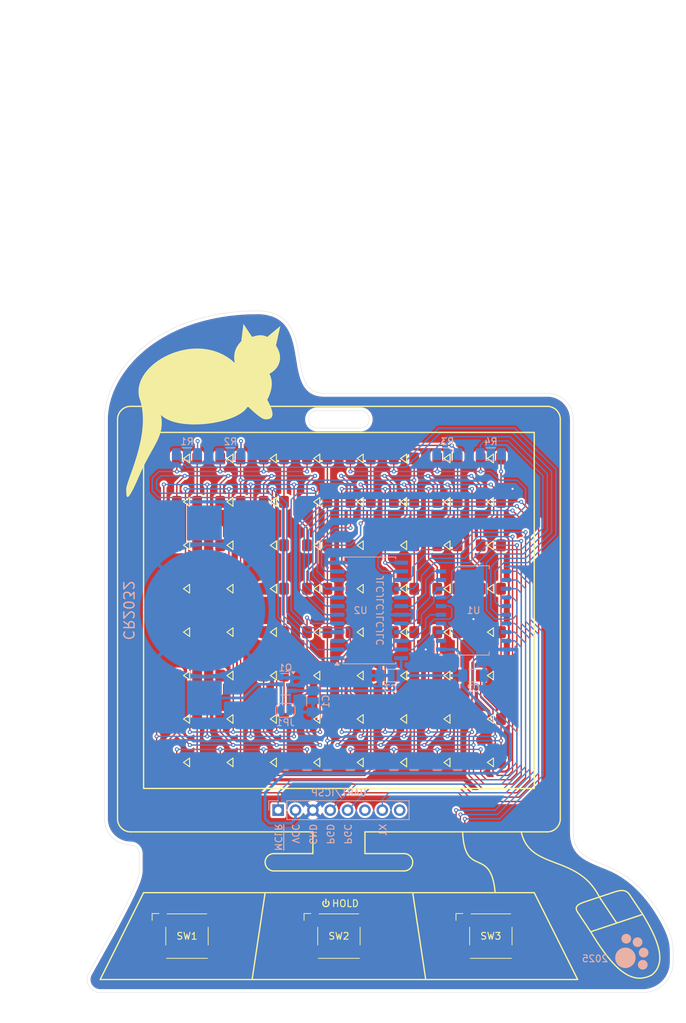
<source format=kicad_pcb>
(kicad_pcb (version 20241229) (generator "pcbnew") (generator_version "9.0")
  (layers (0 "F.Cu" signal) (2 "B.Cu" signal) (13 "F.Paste" user) (15 "B.Paste" user) (5 "F.SilkS" user "F.Silkscreen") (7 "B.SilkS" user "B.Silkscreen") (1 "F.Mask" user) (3 "B.Mask" user) (25 "Edge.Cuts" user))
  (net 0 "")
  (net 1 "GND")
  (net 2 "/VBATT")
  (net 3 "VCC")
  (net 4 "/R1")
  (net 5 "/C1")
  (net 6 "/C2")
  (net 7 "/C3")
  (net 8 "/C4")
  (net 9 "/R2")
  (net 10 "/R3")
  (net 11 "/R4")
  (net 12 "/R5")
  (net 13 "/R6")
  (net 14 "/R7")
  (net 15 "/R8")
  (net 16 "/R9")
  (net 17 "/R10")
  (net 18 "/R11")
  (net 19 "/R12")
  (net 20 "/R13")
  (net 21 "/R14")
  (net 22 "/R15")
  (net 23 "/R16")
  (net 24 "/PGED")
  (net 26 "/PGEC")
  (net 28 "/MCLR")
  (net 29 "/TX")
  (net 30 "/COL1")
  (net 31 "/COL2")
  (net 32 "/COL3")
  (net 33 "/COL4")
  (net 34 "/SW1")
  (net 35 "/SW2")
  (net 36 "/SW3")
  (net 38 "/ROW3")
  (net 39 "/ROW1")
  (net 40 "/~{EN}")
  (net 41 "/ROW0")
  (net 42 "/ROW2")
  (footprint "WinterDeco:LED_1206_3216Metric_Pad1.42x1.75mm_Arrow_HandSolder" (layer "F.Cu") (at 57.15 69.85)
    (property "Reference" "D_R6C2" (hide yes))
    (property "Value" "LED")
  )
  (footprint "Button_Switch_SMD:SW_SPST_Omron_B3FS-100xP" (layer "F.Cu") (at 95.25 107.95)
    (property "Reference" "SW3")
    (property "Value" "SW_Push")
  )
  (footprint "WinterDeco:LED_1206_3216Metric_Pad1.42x1.75mm_Arrow_HandSolder" (layer "F.Cu") (at 76.2 50.8)
    (property "Reference" "D_R11C1" (hide yes))
    (property "Value" "LED")
  )
  (footprint "WinterDeco:LED_1206_3216Metric_Pad1.42x1.75mm_Arrow_HandSolder" (layer "F.Cu") (at 88.9 82.55)
    (property "Reference" "D_R16C3" (hide yes))
    (property "Value" "LED")
  )
  (footprint "WinterDeco:LED_1206_3216Metric_Pad1.42x1.75mm_Arrow_HandSolder" (layer "F.Cu") (at 57.15 82.55)
    (property "Reference" "D_R8C2" (hide yes))
    (property "Value" "LED")
  )
  (footprint "WinterDeco:LED_1206_3216Metric_Pad1.42x1.75mm_Arrow_HandSolder" (layer "F.Cu") (at 88.9 69.85)
    (property "Reference" "D_R14C3" (hide yes))
    (property "Value" "LED")
  )
  (footprint "WinterDeco:LED_1206_3216Metric_Pad1.42x1.75mm_Arrow_HandSolder" (layer "F.Cu") (at 82.55 44.45)
    (property "Reference" "D_R10C2" (hide yes))
    (property "Value" "LED")
  )
  (footprint "Button_Switch_SMD:SW_SPST_Omron_B3FS-100xP" (layer "F.Cu") (at 73.025 107.95)
    (property "Reference" "SW2")
    (property "Value" "SW_Push")
  )
  (footprint "Button_Switch_SMD:SW_SPST_Omron_B3FS-100xP" (layer "F.Cu") (at 50.8 107.95)
    (property "Reference" "SW1")
    (property "Value" "SW_Push")
  )
  (footprint "WinterDeco:LED_1206_3216Metric_Pad1.42x1.75mm_Arrow_HandSolder" (layer "F.Cu") (at 95.25 63.5)
    (property "Reference" "D_R13C4" (hide yes))
    (property "Value" "LED")
  )
  (footprint "WinterDeco:LED_1206_3216Metric_Pad1.42x1.75mm_Arrow_HandSolder" (layer "F.Cu") (at 95.25 57.15)
    (property "Reference" "D_R12C4" (hide yes))
    (property "Value" "LED")
  )
  (footprint "WinterDeco:LED_1206_3216Metric_Pad1.42x1.75mm_Arrow_HandSolder" (layer "F.Cu") (at 69.85 63.5)
    (property "Reference" "D_R5C4" (hide yes))
    (property "Value" "LED")
  )
  (footprint "WinterDeco:LED_1206_3216Metric_Pad1.42x1.75mm_Arrow_HandSolder" (layer "F.Cu") (at 95.25 38.1)
    (property "Reference" "D_R9C4" (hide yes))
    (property "Value" "LED")
  )
  (footprint "WinterDeco:LED_1206_3216Metric_Pad1.42x1.75mm_Arrow_HandSolder" (layer "F.Cu") (at 63.5 69.85)
    (property "Reference" "D_R6C3" (hide yes))
    (property "Value" "LED")
  )
  (footprint "WinterDeco:LED_1206_3216Metric_Pad1.42x1.75mm_Arrow_HandSolder" (layer "F.Cu") (at 82.55 57.15)
    (property "Reference" "D_R12C2" (hide yes))
    (property "Value" "LED")
  )
  (footprint "WinterDeco:LED_1206_3216Metric_Pad1.42x1.75mm_Arrow_HandSolder" (layer "F.Cu") (at 69.85 69.85)
    (property "Reference" "D_R6C4" (hide yes))
    (property "Value" "LED")
  )
  (footprint "WinterDeco:LED_1206_3216Metric_Pad1.42x1.75mm_Arrow_HandSolder" (layer "F.Cu") (at 76.2 44.45)
    (property "Reference" "D_R10C1" (hide yes))
    (property "Value" "LED")
  )
  (footprint "WinterDeco:LED_1206_3216Metric_Pad1.42x1.75mm_Arrow_HandSolder" (layer "F.Cu") (at 88.9 57.15)
    (property "Reference" "D_R12C3" (hide yes))
    (property "Value" "LED")
  )
  (footprint "WinterDeco:LED_1206_3216Metric_Pad1.42x1.75mm_Arrow_HandSolder" (layer "F.Cu") (at 63.5 50.8)
    (property "Reference" "D_R3C3" (hide yes))
    (property "Value" "LED")
  )
  (footprint "WinterDeco:LED_1206_3216Metric_Pad1.42x1.75mm_Arrow_HandSolder" (layer "F.Cu") (at 82.55 38.1)
    (property "Reference" "D_R9C2" (hide yes))
    (property "Value" "LED")
  )
  (footprint "WinterDeco:LED_1206_3216Metric_Pad1.42x1.75mm_Arrow_HandSolder" (layer "F.Cu") (at 50.8 69.85)
    (property "Reference" "D_R6C1" (hide yes))
    (property "Value" "LED")
  )
  (footprint "WinterDeco:LED_1206_3216Metric_Pad1.42x1.75mm_Arrow_HandSolder" (layer "F.Cu") (at 76.2 57.15)
    (property "Reference" "D_R12C1" (hide yes))
    (property "Value" "LED")
  )
  (footprint "WinterDeco:LED_1206_3216Metric_Pad1.42x1.75mm_Arrow_HandSolder" (layer "F.Cu") (at 50.8 44.45)
    (property "Reference" "D_R2C1" (hide yes))
    (property "Value" "LED")
  )
  (footprint "WinterDeco:LED_1206_3216Metric_Pad1.42x1.75mm_Arrow_HandSolder" (layer "F.Cu") (at 50.8 63.5)
    (property "Reference" "D_R5C1" (hide yes))
    (property "Value" "LED")
  )
  (footprint "WinterDeco:LED_1206_3216Metric_Pad1.42x1.75mm_Arrow_HandSolder" (layer "F.Cu") (at 69.85 82.55)
    (property "Reference" "D_R8C4" (hide yes))
    (property "Value" "LED")
  )
  (footprint "WinterDeco:LED_1206_3216Metric_Pad1.42x1.75mm_Arrow_HandSolder" (layer "F.Cu") (at 95.25 50.8)
    (property "Reference" "D_R11C4" (hide yes))
    (property "Value" "LED")
  )
  (footprint "WinterDeco:LED_1206_3216Metric_Pad1.42x1.75mm_Arrow_HandSolder" (layer "F.Cu") (at 95.25 69.85)
    (property "Reference" "D_R14C4" (hide yes))
    (property "Value" "LED")
  )
  (footprint "WinterDeco:LED_1206_3216Metric_Pad1.42x1.75mm_Arrow_HandSolder" (layer "F.Cu") (at 57.15 50.8)
    (property "Reference" "D_R3C2" (hide yes))
    (property "Value" "LED")
  )
  (footprint "WinterDeco:LED_1206_3216Metric_Pad1.42x1.75mm_Arrow_HandSolder" (layer "F.Cu") (at 95.25 76.2)
    (property "Reference" "D_R15C4" (hide yes))
    (property "Value" "LED")
  )
  (footprint "WinterDeco:LED_1206_3216Metric_Pad1.42x1.75mm_Arrow_HandSolder" (layer "F.Cu") (at 82.55 63.5)
    (property "Reference" "D_R13C2" (hide yes))
    (property "Value" "LED")
  )
  (footprint "WinterDeco:LED_1206_3216Metric_Pad1.42x1.75mm_Arrow_HandSolder" (layer "F.Cu") (at 50.8 38.1)
    (property "Reference" "D_R1C1" (hide yes))
    (property "Value" "LED")
  )
  (footprint "WinterDeco:LED_1206_3216Metric_Pad1.42x1.75mm_Arrow_HandSolder" (layer "F.Cu") (at 88.9 76.2)
    (property "Reference" "D_R15C3" (hide yes))
    (property "Value" "LED")
  )
  (footprint "WinterDeco:LED_1206_3216Metric_Pad1.42x1.75mm_Arrow_HandSolder" (layer "F.Cu") (at 88.9 63.5)
    (property "Reference" "D_R13C3" (hide yes))
    (property "Value" "LED")
  )
  (footprint "WinterDeco:LED_1206_3216Metric_Pad1.42x1.75mm_Arrow_HandSolder" (layer "F.Cu") (at 63.5 63.5)
    (property "Reference" "D_R5C3" (hide yes))
    (property "Value" "LED")
  )
  (footprint "WinterDeco:LED_1206_3216Metric_Pad1.42x1.75mm_Arrow_HandSolder" (layer "F.Cu") (at 88.9 50.8)
    (property "Reference" "D_R11C3" (hide yes))
    (property "Value" "LED")
  )
  (footprint "WinterDeco:LED_1206_3216Metric_Pad1.42x1.75mm_Arrow_HandSolder" (layer "F.Cu") (at 57.15 76.2)
    (property "Reference" "D_R7C2" (hide yes))
    (property "Value" "LED")
  )
  (footprint "WinterDeco:LED_1206_3216Metric_Pad1.42x1.75mm_Arrow_HandSolder" (layer "F.Cu") (at 88.9 44.45)
    (property "Reference" "D_R10C3" (hide yes))
    (property "Value" "LED")
  )
  (footprint "WinterDeco:LED_1206_3216Metric_Pad1.42x1.75mm_Arrow_HandSolder" (layer "F.Cu") (at 82.55 82.55)
    (property "Reference" "D_R16C2" (hide yes))
    (property "Value" "LED")
  )
  (footprint "WinterDeco:LED_1206_3216Metric_Pad1.42x1.75mm_Arrow_HandSolder" (layer "F.Cu") (at 82.55 50.8)
    (property "Reference" "D_R11C2" (hide yes))
    (property "Value" "LED")
  )
  (footprint "WinterDeco:LED_1206_3216Metric_Pad1.42x1.75mm_Arrow_HandSolder" (layer "F.Cu") (at 63.5 38.1)
    (property "Reference" "D_R1C3" (hide yes))
    (property "Value" "LED")
  )
  (footprint "WinterDeco:LED_1206_3216Metric_Pad1.42x1.75mm_Arrow_HandSolder" (layer "F.Cu") (at 57.15 38.1)
    (property "Reference" "D_R1C2" (hide yes))
    (property "Value" "LED")
  )
  (footprint "WinterDeco:LED_1206_3216Metric_Pad1.42x1.75mm_Arrow_HandSolder" (layer "F.Cu") (at 76.2 82.55)
    (property "Reference" "D_R16C1" (hide yes))
    (property "Value" "LED")
  )
  (footprint "WinterDeco:LED_1206_3216Metric_Pad1.42x1.75mm_Arrow_HandSolder" (layer "F.Cu") (at 50.8 50.8)
    (property "Reference" "D_R3C1" (hide yes))
    (property "Value" "LED")
  )
  (footprint "WinterDeco:LED_1206_3216Metric_Pad1.42x1.75mm_Arrow_HandSolder" (layer "F.Cu") (at 69.85 57.15)
    (property "Reference" "D_R4C4" (hide yes))
    (property "Value" "LED")
  )
  (footprint "WinterDeco:LED_1206_3216Metric_Pad1.42x1.75mm_Arrow_HandSolder" (layer "F.Cu") (at 63.5 44.45)
    (property "Reference" "D_R2C3" (hide yes))
    (property "Value" "LED")
  )
  (footprint "WinterDeco:LED_1206_3216Metric_Pad1.42x1.75mm_Arrow_HandSolder" (layer "F.Cu") (at 69.85 44.45)
    (property "Reference" "D_R2C4" (hide yes))
    (property "Value" "LED")
  )
  (footprint "WinterDeco:LED_1206_3216Metric_Pad1.42x1.75mm_Arrow_HandSolder" (layer "F.Cu") (at 63.5 82.55)
    (property "Reference" "D_R8C3" (hide yes))
    (property "Value" "LED")
  )
  (footprint "WinterDeco:LED_1206_3216Metric_Pad1.42x1.75mm_Arrow_HandSolder" (layer "F.Cu") (at 82.55 69.85)
    (property "Reference" "D_R14C2" (hide yes))
    (property "Value" "LED")
  )
  (footprint "WinterDeco:LED_1206_3216Metric_Pad1.42x1.75mm_Arrow_HandSolder" (layer "F.Cu") (at 69.85 50.8)
    (property "Reference" "D_R3C4" (hide yes))
    (property "Value" "LED")
  )
  (footprint "WinterDeco:LED_1206_3216Metric_Pad1.42x1.75mm_Arrow_HandSolder" (layer "F.Cu") (at 95.25 44.45)
    (property "Reference" "D_R10C4" (hide yes))
    (property "Value" "LED")
  )
  (footprint "WinterDeco:LED_1206_3216Metric_Pad1.42x1.75mm_Arrow_HandSolder" (layer "F.Cu") (at 69.85 76.2)
    (property "Reference" "D_R7C4" (hide yes))
    (property "Value" "LED")
  )
  (footprint "WinterDeco:LED_1206_3216Metric_Pad1.42x1.75mm_Arrow_HandSolder" (layer "F.Cu") (at 50.8 76.2)
    (property "Reference" "D_R7C1" (hide yes))
    (property "Value" "LED")
  )
  (footprint "WinterDeco:LED_1206_3216Metric_Pad1.42x1.75mm_Arrow_HandSolder" (layer "F.Cu") (at 88.9 38.1)
    (property "Reference" "D_R9C3" (hide yes))
    (property "Value" "LED")
  )
  (footprint "WinterDeco:LED_1206_3216Metric_Pad1.42x1.75mm_Arrow_HandSolder" (layer "F.Cu") (at 50.8 57.15)
    (property "Reference" "D_R4C1" (hide yes))
    (property "Value" "LED")
  )
  (footprint "WinterDeco:LED_1206_3216Metric_Pad1.42x1.75mm_Arrow_HandSolder" (layer "F.Cu") (at 76.2 63.5)
    (property "Reference" "D_R13C1" (hide yes))
    (property "Value" "LED")
  )
  (footprint "WinterDeco:LED_1206_3216Metric_Pad1.42x1.75mm_Arrow_HandSolder" (layer "F.Cu") (at 76.2 76.2)
    (property "Reference" "D_R15C1" (hide yes))
    (property "Value" "LED")
  )
  (footprint "WinterDeco:LED_1206_3216Metric_Pad1.42x1.75mm_Arrow_HandSolder" (layer "F.Cu") (at 63.5 76.2)
    (property "Reference" "D_R7C3" (hide yes))
    (property "Value" "LED")
  )
  (footprint "WinterDeco:LED_1206_3216Metric_Pad1.42x1.75mm_Arrow_HandSolder" (layer "F.Cu") (at 76.2 69.85)
    (property "Reference" "D_R14C1" (hide yes))
    (property "Value" "LED")
  )
  (footprint "WinterDeco:LED_1206_3216Metric_Pad1.42x1.75mm_Arrow_HandSolder" (layer "F.Cu") (at 76.2 38.1)
    (property "Reference" "D_R9C1" (hide yes))
    (property "Value" "LED")
  )
  (footprint "WinterDeco:LED_1206_3216Metric_Pad1.42x1.75mm_Arrow_HandSolder" (layer "F.Cu") (at 57.15 57.15)
    (property "Reference" "D_R4C2" (hide yes))
    (property "Value" "LED")
  )
  (footprint "WinterDeco:LED_1206_3216Metric_Pad1.42x1.75mm_Arrow_HandSolder" (layer "F.Cu") (at 82.55 76.2)
    (property "Reference" "D_R15C2" (hide yes))
    (property "Value" "LED")
  )
  (footprint "WinterDeco:LED_1206_3216Metric_Pad1.42x1.75mm_Arrow_HandSolder" (layer "F.Cu") (at 69.85 38.1)
    (property "Reference" "D_R1C4" (hide yes))
    (property "Value" "LED")
  )
  (footprint "WinterDeco:LED_1206_3216Metric_Pad1.42x1.75mm_Arrow_HandSolder" (layer "F.Cu") (at 63.5 57.15)
    (property "Reference" "D_R4C3" (hide yes))
    (property "Value" "LED")
  )
  (footprint "WinterDeco:LED_1206_3216Metric_Pad1.42x1.75mm_Arrow_HandSolder" (layer "F.Cu") (at 95.25 82.55)
    (property "Reference" "D_R16C4" (hide yes))
    (property "Value" "LED")
  )
  (footprint "WinterDeco:LED_1206_3216Metric_Pad1.42x1.75mm_Arrow_HandSolder" (layer "F.Cu") (at 57.15 63.5)
    (property "Reference" "D_R5C2" (hide yes))
    (property "Value" "LED")
  )
  (footprint "WinterDeco:LED_1206_3216Metric_Pad1.42x1.75mm_Arrow_HandSolder" (layer "F.Cu") (at 57.15 44.45)
    (property "Reference" "D_R2C2" (hide yes))
    (property "Value" "LED")
  )
  (footprint "WinterDeco:LED_1206_3216Metric_Pad1.42x1.75mm_Arrow_HandSolder" (layer "F.Cu") (at 50.8 82.55)
    (property "Reference" "D_R8C1" (hide yes))
    (property "Value" "LED")
  )
  (footprint "Connector_PinHeader_2.54mm:PinHeader_1x08_P2.54mm_Vertical" (layer "B.Cu") (at 64.135 89.535 -90)
    (property "Reference" "J1")
    (property "Value" "CONN_ICSP_UART")
  )
  (footprint "Package_TO_SOT_SMD:SOT-23" (layer "B.Cu") (at 65.1875 71.12 180)
    (property "Reference" "Q1")
    (property "Value" "IRLML6402")
  )
  (footprint "Jumper:SolderJumper-2_P1.3mm_Open_RoundedPad1.0x1.5mm" (layer "B.Cu") (at 65.202499 74.93)
    (property "Reference" "JP1")
    (property "Value" "JP_BYPASS_POLARITY_PROTECTION")
  )
  (footprint "Package_SO:SO-20_12.8x7.5mm_P1.27mm" (layer "B.Cu") (at 92.71 60.325)
    (property "Reference" "U1")
    (property "Value" "PIC18F14 (SOP20/SSOP20)")
  )
  (footprint "Capacitor_SMD:C_1206_3216Metric_Pad1.33x1.80mm_HandSolder" (layer "B.Cu") (at 69.215 73.6325 -90)
    (property "Reference" "C1")
    (property "Value" "100uF")
  )
  (footprint "Resistor_SMD:R_1206_3216Metric_Pad1.30x1.75mm_HandSolder" (layer "B.Cu") (at 57.15 37.465 180)
    (property "Reference" "R2")
    (property "Value" "68")
  )
  (footprint "Resistor_SMD:R_1206_3216Metric_Pad1.30x1.75mm_HandSolder" (layer "B.Cu") (at 95.25 37.465 180)
    (property "Reference" "R4")
    (property "Value" "68")
  )
  (footprint "Package_SO:SOIC-24W_7.5x15.4mm_P1.27mm" (layer "B.Cu") (at 77.47 60.325)
    (property "Reference" "U2")
    (property "Value" "74LS154")
  )
  (footprint "Resistor_SMD:R_1206_3216Metric_Pad1.30x1.75mm_HandSolder" (layer "B.Cu") (at 88.9 37.465 180)
    (property "Reference" "R3")
    (property "Value" "68")
  )
  (footprint "Capacitor_SMD:C_1206_3216Metric_Pad1.33x1.80mm_HandSolder" (layer "B.Cu") (at 92.71 69.85)
    (property "Reference" "C2")
    (property "Value" "100nF")
  )
  (footprint "Capacitor_SMD:C_1206_3216Metric_Pad1.33x1.80mm_HandSolder" (layer "B.Cu") (at 80.5575 69.85 180)
    (property "Reference" "C3")
    (property "Value" "100nF")
  )
  (footprint "Resistor_SMD:R_1206_3216Metric_Pad1.30x1.75mm_HandSolder" (layer "B.Cu") (at 50.8 37.465 180)
    (property "Reference" "R1")
    (property "Value" "68")
  )
  (footprint "WinterDeco:BatteryHolder_Keystone_3002_1x2032" (layer "B.Cu") (at 53.34 60.325 90)
    (property "Reference" "BT1" (hide yes))
    (property "Value" "CR2032")
  )
  (gr_curve (pts (xy 91.1225 92.71) (xy 91.44 99.695) (xy 95.25 94.615) (xy 95.885 101.6)) (stroke (width 0.2)) (layer "F.SilkS"))
  (gr_line (start 42.545 92.709999) (end 69.215 92.709999) (stroke (width 0.2)) (layer "F.SilkS"))
  (gr_arc (start 71.4375 102.87) (mid 71.12 103.636513) (end 70.8025 102.87) (stroke (width 0.2)) (layer "F.SilkS"))
  (gr_line (start 69.215 95.885) (end 63.5 95.885) (stroke (width 0.2)) (layer "F.SilkS"))
  (gr_arc (start 40.64 32.385) (mid 41.197962 31.037962) (end 42.545 30.48) (stroke (width 0.2)) (layer "F.SilkS"))
  (gr_line (start 109.22 102.87) (end 113.03 101.6) (stroke (width 0.2)) (layer "F.SilkS"))
  (gr_curve (pts (xy 107.95 104.4575) (xy 107.315 103.505) (xy 108.2675 103.1875) (xy 109.22 102.87)) (stroke (width 0.2)) (layer "F.SilkS"))
  (gr_line (start 105.409999 32.385) (end 105.409999 90.805) (stroke (width 0.2)) (layer "F.SilkS"))
  (gr_line (start 76.835 95.885001) (end 82.55 95.885) (stroke (width 0.2)) (layer "F.SilkS"))
  (gr_curve (pts (xy 118.745 113.665) (xy 121.285 111.76) (xy 119.38 107.95) (xy 117.475 104.775)) (stroke (width 0.2)) (layer "F.SilkS"))
  (gr_poly (pts (xy 60.325 20.32) (xy 59.055 18.415) (xy 58.7375 20.955) (xy 58.598296 21.099817) (xy 58.356058 21.387142) (xy 58.155558 21.67831) (xy 57.992976 21.97784) (xy 57.866339 22.289103) (xy 57.774949 22.61517) (xy 57.719211 22.959104) (xy 57.700554 23.324051) (xy 57.705821 23.514947) (xy 57.721381 23.713248) (xy 57.747574 23.91779) (xy 57.785 24.13) (xy 57.757614 24.104348) (xy 57.548121 23.915977) (xy 57.334499 23.737405) (xy 57.114226 23.566474) (xy 56.890121 23.405324) (xy 56.659092 23.251717) (xy 56.424539 23.1079) (xy 56.182781 22.971634) (xy 55.937821 22.845194) (xy 55.685395 22.72642) (xy 55.430113 22.617526) (xy 55.167152 22.51652) (xy 54.901712 22.425463) (xy 54.628466 22.342611) (xy 54.353157 22.269785) (xy 54.070039 22.205561) (xy 53.785322 22.15144) (xy 53.49296 22.106374) (xy 53.199521 22.071475) (xy 52.898811 22.046111) (xy 52.597608 22.030954) (xy 52.289763 22.025795) (xy 51.982077 22.030847) (xy 51.668667 22.046295) (xy 51.356138 22.071905) (xy 51.039115 22.10819) (xy 50.723762 22.154521) (xy 50.40546 22.211628) (xy 50.089677 22.278587) (xy 49.772783 22.356189) (xy 49.459301 22.443361) (xy 49.146783 22.54077) (xy 48.838592 22.647371) (xy 48.53359 22.763508) (xy 48.233828 22.888366) (xy 47.939516 23.021767) (xy 47.651323 23.163334) (xy 47.097107 23.468599) (xy 46.576622 23.79998) (xy 46.094459 24.153011) (xy 45.654194 24.523166) (xy 45.258312 24.906086) (xy 44.908241 25.297767) (xy 44.604467 25.694706) (xy 44.346704 26.093979) (xy 44.134105 26.493287) (xy 43.965477 26.89094) (xy 43.839492 27.285823) (xy 43.754879 27.677326) (xy 43.710586 28.065258) (xy 43.705918 28.449756) (xy 43.740631 28.831177) (xy 43.815 29.21) (xy 43.986547 29.723203) (xy 44.126084 30.26469) (xy 44.232844 30.83647) (xy 44.305731 31.44069) (xy 44.343338 32.079625) (xy 44.343973 32.755679) (xy 44.305686 33.471412) (xy 44.226283 34.229605) (xy 44.103336 35.033406) (xy 43.934148 35.886639) (xy 43.715615 36.794511) (xy 43.443801 37.765389) (xy 43.112466 38.816132) (xy 42.706619 39.994123) (xy 42.511498 40.539802) (xy 42.271631 41.213378) (xy 42.081075 41.780383) (xy 41.955356 42.228397) (xy 41.921663 42.403901) (xy 41.91 42.545) (xy 41.913721 43.010088) (xy 41.922557 43.221703) (xy 41.939766 43.408203) (xy 41.968136 43.561217) (xy 42.010459 43.672373) (xy 42.037725 43.709638) (xy 42.069525 43.7333) (xy 42.106209 43.742311) (xy 42.148125 43.735625) (xy 42.195622 43.712196) (xy 42.249049 43.670978) (xy 42.375088 43.530986) (xy 42.529032 43.307279) (xy 42.713672 42.991484) (xy 42.931798 42.575231) (xy 43.186201 42.050146) (xy 43.479672 41.40786) (xy 43.815 40.64) (xy 44.23126 39.715214) (xy 44.683084 38.7991) (xy 45.193058 37.842205) (xy 45.611936 37.090123) (xy 46.001465 36.390133) (xy 46.346783 35.735157) (xy 46.500072 35.418965) (xy 46.638959 35.107327) (xy 46.762326 34.798008) (xy 46.869057 34.488775) (xy 46.958035 34.177395) (xy 47.028144 33.861634) (xy 47.078266 33.539259) (xy 47.107286 33.208037) (xy 47.114086 32.865733) (xy 47.097549 32.510114) (xy 47.056559 32.138948) (xy 46.99 31.75) (xy 47.239407 31.971589) (xy 47.534611 32.180549) (xy 47.879442 32.375758) (xy 48.277735 32.555378) (xy 48.732958 32.716912) (xy 49.24777 32.857298) (xy 49.823495 32.973024) (xy 50.459499 33.060303) (xy 51.152507 33.115311) (xy 51.895921 33.134515) (xy 52.679288 33.115089) (xy 53.488151 33.055385) (xy 54.304514 32.955387) (xy 54.709035 32.890829) (xy 55.108105 32.817013) (xy 55.497245 32.734886) (xy 55.878339 32.644136) (xy 56.242593 32.547104) (xy 56.596588 32.442258) (xy 56.928332 32.333529) (xy 57.248148 32.217896) (xy 57.542265 32.100848) (xy 57.82339 31.977838) (xy 58.077394 31.855683) (xy 58.317926 31.728472) (xy 58.531673 31.603996) (xy 58.731954 31.475291) (xy 58.907109 31.350712) (xy 59.069161 31.222628) (xy 59.208588 31.099528) (xy 59.335498 30.973535) (xy 59.442684 30.852857) (xy 59.538034 30.729789) (xy 59.616592 30.611855) (xy 59.683974 30.49193) (xy 59.69 30.48) (xy 59.997578 30.777656) (xy 60.32624 31.082754) (xy 60.721875 31.4325) (xy 61.147275 31.782246) (xy 61.35951 31.943167) (xy 61.565234 32.087344) (xy 61.759796 32.209197) (xy 61.938545 32.303145) (xy 62.09683 32.363606) (xy 62.23 32.385) (xy 62.491069 32.379419) (xy 62.631138 32.366164) (xy 62.770742 32.340352) (xy 62.904765 32.297796) (xy 63.028091 32.234312) (xy 63.135604 32.145712) (xy 63.222188 32.027813) (xy 63.256032 31.956567) (xy 63.282726 31.876426) (xy 63.30163 31.786868) (xy 63.312104 31.687368) (xy 63.305206 31.456452) (xy 63.256914 31.179492) (xy 63.162114 30.852303) (xy 63.015688 30.470698) (xy 62.812523 30.030493) (xy 62.5475 29.5275) (xy 62.724374 29.154278) (xy 62.916976 28.680427) (xy 63.056407 28.245712) (xy 63.149146 27.840422) (xy 63.199493 27.457599) (xy 63.210161 27.091804) (xy 63.182519 26.738528) (xy 63.11669 26.393896) (xy 63.011596 26.054534) (xy 62.943723 25.886017) (xy 62.865 25.7175) (xy 63.002453 25.644333) (xy 63.294534 25.456622) (xy 63.559658 25.240198) (xy 63.792618 25.00059) (xy 63.990262 24.742674) (xy 64.15099 24.470343) (xy 64.274169 24.186416) (xy 64.359577 23.892708) (xy 64.406963 23.590198) (xy 64.415728 23.279233) (xy 64.405336 23.120998) (xy 64.384726 22.959738) (xy 64.353831 22.79694) (xy 64.312164 22.631408) (xy 64.259578 22.463876) (xy 64.195587 22.293868) (xy 64.119812 22.121453) (xy 64.031913 21.946796) (xy 63.931168 21.769407) (xy 63.8175 21.59) (xy 64.4525 18.7325) (xy 62.5475 20.32) (xy 62.411029 20.256703) (xy 62.134802 20.159251) (xy 61.995093 20.125465) (xy 61.85263 20.101307) (xy 61.703826 20.086588) (xy 61.550721 20.081879) (xy 61.384867 20.087686) (xy 61.212658 20.104485) (xy 61.019005 20.134894) (xy 60.815957 20.17807) (xy 60.577664 20.241129)) (fill yes) (layer "F.SilkS"))
  (gr_line (start 44.45 101.6) (end 101.6 101.6) (stroke (width 0.2)) (layer "F.SilkS"))
  (gr_line (start 76.835 92.71) (end 76.835 95.885001) (stroke (width 0.2)) (layer "F.SilkS"))
  (gr_curve (pts (xy 99.695 92.71) (xy 100.965 98.425) (xy 107.95 95.885) (xy 111.125 102.235)) (stroke (width 0.2)) (layer "F.SilkS"))
  (gr_arc (start 103.505 30.480001) (mid 104.852038 31.037962) (end 105.409999 32.385) (stroke (width 0.2)) (layer "F.SilkS"))
  (gr_line (start 63.5 98.425) (end 82.55 98.425) (stroke (width 0.2)) (layer "F.SilkS"))
  (gr_line (start 71.12 103.1875) (end 71.12 102.5525) (stroke (width 0.2)) (layer "F.SilkS"))
  (gr_line (start 42.545 30.48) (end 103.505 30.480001) (stroke (width 0.2)) (layer "F.SilkS"))
  (gr_line (start 40.64 32.385) (end 40.640001 90.805) (stroke (width 0.2)) (layer "F.SilkS"))
  (gr_line (start 101.6 101.6) (end 107.95 114.3) (stroke (width 0.2)) (layer "F.SilkS"))
  (gr_line (start 107.95 104.4575) (end 109.855 107.315) (stroke (width 0.2)) (layer "F.SilkS"))
  (gr_line (start 38.1 114.300001) (end 107.95 114.300001) (stroke (width 0.2)) (layer "F.SilkS"))
  (gr_line (start 109.855 107.315) (end 117.475 104.775) (stroke (width 0.2)) (layer "F.SilkS"))
  (gr_rect (start 44.45 34.29) (end 101.6 86.36) (stroke (width 0.2)) (fill no) (layer "F.SilkS"))
  (gr_arc (start 63.5 98.425) (mid 62.23 97.155) (end 63.5 95.885) (stroke (width 0.2)) (layer "F.SilkS"))
  (gr_curve (pts (xy 109.855 107.315) (xy 113.665 113.665) (xy 116.205 114.935) (xy 118.745 113.665)) (stroke (width 0.2)) (layer "F.SilkS"))
  (gr_line (start 83.82 101.6) (end 85.725 114.3) (stroke (width 0.2)) (layer "F.SilkS"))
  (gr_arc (start 105.409999 90.805) (mid 104.852038 92.152038) (end 103.505 92.709999) (stroke (width 0.2)) (layer "F.SilkS"))
  (gr_line (start 115.57 101.9175) (end 117.475 104.775) (stroke (width 0.2)) (layer "F.SilkS"))
  (gr_arc (start 82.55 95.885) (mid 83.820001 97.155001) (end 82.55 98.425) (stroke (width 0.2)) (layer "F.SilkS"))
  (gr_line (start 76.835 92.71) (end 103.505 92.709999) (stroke (width 0.2)) (layer "F.SilkS"))
  (gr_arc (start 42.545 92.709999) (mid 41.197962 92.152038) (end 40.640001 90.805) (stroke (width 0.2)) (layer "F.SilkS"))
  (gr_line (start 69.215 92.709999) (end 69.215 95.885) (stroke (width 0.2)) (layer "F.SilkS"))
  (gr_line (start 62.23 101.6) (end 60.325 114.3) (stroke (width 0.2)) (layer "F.SilkS"))
  (gr_line (start 44.45 101.6) (end 38.1 114.300001) (stroke (width 0.2)) (layer "F.SilkS"))
  (gr_curve (pts (xy 115.57 101.9175) (xy 114.935 100.965) (xy 113.9825 101.2825) (xy 113.03 101.6)) (stroke (width 0.2)) (layer "F.SilkS"))
  (gr_line (start 111.125 102.235) (end 113.665 106.045) (stroke (width 0.2)) (layer "F.SilkS"))
  (gr_circle (center 117.602 110.363) (end 116.967 110.363) (stroke (width 0.15)) (fill yes) (layer "B.SilkS"))
  (gr_circle (center 115.062 108.331) (end 114.427 108.331) (stroke (width 0.15)) (fill yes) (layer "B.SilkS"))
  (gr_circle (center 114.935 111.125) (end 113.515097 111.125) (stroke (width 0.15)) (fill yes) (layer "B.SilkS"))
  (gr_circle (center 117.475 112.141) (end 116.84 112.141) (stroke (width 0.15)) (fill yes) (layer "B.SilkS"))
  (gr_circle (center 116.713 108.839) (end 116.078 108.839) (stroke (width 0.15)) (fill yes) (layer "B.SilkS"))
  (gr_arc (start 69.85 33.655001) (mid 68.579999 32.385) (end 69.85 31.114999) (stroke (width 0.05)) (layer "Edge.Cuts"))
  (gr_line (start 107.315 92.71) (end 107.315 32.385) (stroke (width 0.05)) (layer "Edge.Cuts"))
  (gr_line (start 38.735 32.385) (end 38.735 90.805) (stroke (width 0.05)) (layer "Edge.Cuts"))
  (gr_arc (start 42.545 94.615) (mid 43.443026 94.986974) (end 43.815 95.885) (stroke (width 0.05)) (layer "Edge.Cuts"))
  (gr_curve (pts (xy 112.395 97.79) (xy 115.57 99.06) (xy 118.110001 101.6) (xy 120.015 104.775)) (stroke (width 0.05)) (layer "Edge.Cuts"))
  (gr_line (start 36.396112 113.448068) (end 40.005 106.9975) (stroke (width 0.05)) (layer "Edge.Cuts"))
  (gr_arc (start 121.92 111.76) (mid 120.61809 114.90309) (end 117.475 116.205) (stroke (width 0.05)) (layer "Edge.Cuts"))
  (gr_line (start 121.919999 111.76) (end 121.919999 110.49) (stroke (width 0.05)) (layer "Edge.Cuts"))
  (gr_line (start 38.1 116.204999) (end 117.475 116.205) (stroke (width 0.05)) (layer "Edge.Cuts"))
  (gr_line (start 76.2 31.115) (end 69.85 31.114999) (stroke (width 0.05)) (layer "Edge.Cuts"))
  (gr_arc (start 38.1 116.204999) (mid 36.479511 115.301517) (end 36.396117 113.448059) (stroke (width 0.05)) (layer "Edge.Cuts"))
  (gr_curve (pts (xy 43.815 98.425) (xy 43.815 99.695) (xy 42.545 102.235) (xy 40.005 106.9975)) (stroke (width 0.05)) (layer "Edge.Cuts"))
  (gr_arc (start 103.505 28.575) (mid 106.199077 29.690923) (end 107.315 32.385) (stroke (width 0.05)) (layer "Edge.Cuts"))
  (gr_arc (start 42.545 94.615) (mid 39.850923 93.499077) (end 38.735 90.805) (stroke (width 0.05)) (layer "Edge.Cuts"))
  (gr_curve (pts (xy 107.315 92.71) (xy 107.315 95.885) (xy 109.22 96.52) (xy 112.395 97.79)) (stroke (width 0.05)) (layer "Edge.Cuts"))
  (gr_arc (start 76.2 31.115) (mid 77.47 32.385) (end 76.2 33.655) (stroke (width 0.05)) (layer "Edge.Cuts"))
  (gr_line (start 69.85 33.655001) (end 76.2 33.655) (stroke (width 0.05)) (layer "Edge.Cuts"))
  (gr_curve (pts (xy 61.2775 16.51) (xy 70.1675 16.8275) (xy 64.77 28.575) (xy 70.8025 28.575)) (stroke (width 0.05)) (layer "Edge.Cuts"))
  (gr_line (start 103.505 28.575) (end 70.8025 28.575) (stroke (width 0.05)) (layer "Edge.Cuts"))
  (gr_curve (pts (xy 120.015 104.775) (xy 121.92 107.95) (xy 121.919998 109.22) (xy 121.919999 110.49)) (stroke (width 0.05)) (layer "Edge.Cuts"))
  (gr_line (start 43.815 98.425) (end 43.814999 95.885) (stroke (width 0.05)) (layer "Edge.Cuts"))
  (gr_curve (pts (xy 38.735 32.385) (xy 38.735 25.4) (xy 46.355 16.51) (xy 61.2775 16.51)) (stroke (width 0.05)) (layer "Edge.Cuts"))
  (gr_text "HOLD" (at 73.9775 103.1875 -0) (layer "F.SilkS") (effects (font (size 1 1) (thickness 0.153))))
  (gr_text "GND" (at 69.215 91.44 270) (layer "B.SilkS") (effects (font (size 1 1) (thickness 0.153)) (justify right mirror)))
  (gr_text "VCC" (at 66.675 91.44 270) (layer "B.SilkS") (effects (font (size 1 1) (thickness 0.153)) (justify right mirror)))
  (gr_text "2025" (at 110.49 111.252 0) (layer "B.SilkS") (effects (font (size 1 1) (thickness 0.153)) (justify mirror)))
  (gr_text "JLCJLCJLCJLC" (at 79.0575 60.325 90) (layer "B.SilkS") (effects (font (size 1 1) (thickness 0.153)) (justify mirror)))
  (gr_text "PGD" (at 71.755 91.44 270) (layer "B.SilkS") (effects (font (size 1 1) (thickness 0.153)) (justify right mirror)))
  (gr_text "TX" (at 79.375 91.44 270) (layer "B.SilkS") (effects (font (size 1 1) (thickness 0.153)) (justify right mirror)))
  (gr_text "~{MCLR}" (at 64.135 91.44 270) (layer "B.SilkS") (effects (font (size 1 1) (thickness 0.153)) (justify right mirror)))
  (gr_text "UART/ICSP" (at 73.025 86.995 0) (layer "B.SilkS") (effects (font (size 1 1) (thickness 0.153)) (justify mirror)))
  (gr_text "PGC" (at 74.295 91.44 270) (layer "B.SilkS") (effects (font (size 1 1) (thickness 0.153)) (justify right mirror)))
  (via (at 92.71 61.595) (size 0.6) (drill 0.3) (layers "F.Cu" "B.Cu") (net 1))
  (via (at 85.725 66.04) (size 0.6) (drill 0.3) (layers "F.Cu" "B.Cu") (net 1))
  (via (at 98.425 42.545) (size 0.6) (drill 0.3) (layers "F.Cu" "B.Cu") (net 1))
  (via (at 94.615 80.01) (size 0.6) (drill 0.3) (layers "F.Cu" "B.Cu") (net 1))
  (segment (start 64.25 71.12) (end 61.06 71.12) (width 0.4) (layer "B.Cu") (net 2))
  (segment (start 64.5525 71.4225) (end 64.25 71.12) (width 0.4) (layer "B.Cu") (net 2))
  (segment (start 61.06 71.12) (end 59.055 73.125) (width 0.4) (layer "B.Cu") (net 2))
  (segment (start 64.5525 74.93) (end 64.5525 71.4225) (width 0.4) (layer "B.Cu") (net 2))
  (segment (start 53.34 73.125) (end 59.055 73.125) (width 0.4) (layer "B.Cu") (net 2))
  (segment (start 90.17 66.04) (end 87.96 66.04) (width 0.4) (layer "B.Cu") (net 3))
  (segment (start 82.12 69.85) (end 82.12 70.915) (width 0.4) (layer "B.Cu") (net 3))
  (segment (start 91.1475 69.85) (end 91.1475 67.0175) (width 0.4) (layer "B.Cu") (net 3))
  (segment (start 82.12 69.85) (end 91.1475 69.85) (width 0.4) (layer "B.Cu") (net 3))
  (segment (start 65.852498 74.93) (end 65.852498 72.342502) (width 0.4) (layer "B.Cu") (net 3))
  (segment (start 91.1475 71.4625) (end 91.1475 69.85) (width 0.4) (layer "B.Cu") (net 3))
  (segment (start 80.965 72.07) (end 69.215 72.07) (width 0.4) (layer "B.Cu") (net 3))
  (segment (start 98.1075 78.4225) (end 91.1475 71.4625) (width 0.4) (layer "B.Cu") (net 3))
  (segment (start 69.1875 72.07) (end 69.215 72.0975) (width 0.2) (layer "B.Cu") (net 3))
  (segment (start 91.1475 67.0175) (end 90.17 66.04) (width 0.4) (layer "B.Cu") (net 3))
  (segment (start 65.852498 72.342502) (end 66.125 72.07) (width 0.4) (layer "B.Cu") (net 3))
  (segment (start 96.2025 84.1375) (end 98.1075 82.2325) (width 0.4) (layer "B.Cu") (net 3))
  (segment (start 66.125 72.07) (end 69.215 72.07) (width 0.4) (layer "B.Cu") (net 3))
  (segment (start 98.1075 82.2325) (end 98.1075 78.4225) (width 0.4) (layer "B.Cu") (net 3))
  (segment (start 66.675 89.535) (end 66.675 90.805) (width 0.4) (layer "B.Cu") (net 3))
  (segment (start 62.865 91.44) (end 62.23 90.805) (width 0.4) (layer "B.Cu") (net 3))
  (segment (start 82.12 70.915) (end 80.965 72.07) (width 0.4) (layer "B.Cu") (net 3))
  (segment (start 62.23 90.805) (end 62.23 86.995) (width 0.4) (layer "B.Cu") (net 3))
  (segment (start 66.04 91.44) (end 62.865 91.44) (width 0.4) (layer "B.Cu") (net 3))
  (segment (start 82.12 69.85) (end 82.12 67.309999) (width 0.4) (layer "B.Cu") (net 3))
  (segment (start 66.675 90.805) (end 66.04 91.44) (width 0.4) (layer "B.Cu") (net 3))
  (segment (start 62.23 86.995) (end 65.0875 84.1375) (width 0.4) (layer "B.Cu") (net 3))
  (segment (start 65.0875 84.1375) (end 96.2025 84.1375) (width 0.4) (layer "B.Cu") (net 3))
  (segment (start 62.0125 38.1) (end 62.0125 40.005) (width 0.2) (layer "F.Cu") (net 4))
  (segment (start 55.6625 38.1) (end 55.6625 40.005) (width 0.2) (layer "F.Cu") (net 4))
  (segment (start 68.3625 38.1) (end 68.3625 40.005) (width 0.2) (layer "F.Cu") (net 4))
  (segment (start 49.3125 38.1) (end 49.3125 40.005) (width 0.2) (layer "F.Cu") (net 4))
  (via (at 49.3125 40.005) (size 0.6) (drill 0.3) (layers "F.Cu" "B.Cu") (net 4))
  (via (at 62.0125 40.005) (size 0.6) (drill 0.3) (layers "F.Cu" "B.Cu") (net 4))
  (via (at 68.3625 40.005) (size 0.6) (drill 0.3) (layers "F.Cu" "B.Cu") (net 4))
  (via (at 55.6625 40.005) (size 0.6) (drill 0.3) (layers "F.Cu" "B.Cu") (net 4))
  (segment (start 45.72 40.9575) (end 45.72 42.8625) (width 0.2) (layer "B.Cu") (net 4))
  (segment (start 46.6725 43.815) (end 62.5475 43.815) (width 0.2) (layer "B.Cu") (net 4))
  (segment (start 64.135 61.2775) (end 70.167499 67.309999) (width 0.2) (layer "B.Cu") (net 4))
  (segment (start 49.3125 40.005) (end 46.6725 40.005) (width 0.2) (layer "B.Cu") (net 4))
  (segment (start 64.135 45.4025) (end 64.135 61.2775) (width 0.2) (layer "B.Cu") (net 4))
  (segment (start 45.72 42.8625) (end 46.6725 43.815) (width 0.2) (layer "B.Cu") (net 4))
  (segment (start 62.5475 43.815) (end 64.135 45.4025) (width 0.2) (layer "B.Cu") (net 4))
  (segment (start 46.6725 40.005) (end 45.72 40.9575) (width 0.2) (layer "B.Cu") (net 4))
  (segment (start 49.3125 40.005) (end 68.3625 40.005) (width 0.2) (layer "B.Cu") (net 4))
  (segment (start 70.167499 67.309999) (end 72.82 67.309999) (width 0.2) (layer "B.Cu") (net 4))
  (segment (start 77.6875 38.1) (end 77.6875 82.55) (width 0.2) (layer "F.Cu") (net 5))
  (segment (start 76.835 84.455) (end 52.705 84.455) (width 0.2) (layer "F.Cu") (net 5))
  (segment (start 52.705 84.455) (end 52.2875 84.0375) (width 0.2) (layer "F.Cu") (net 5))
  (segment (start 52.2875 38.1) (end 52.2875 82.55) (width 0.2) (layer "F.Cu") (net 5))
  (segment (start 52.2875 38.1) (end 52.350001 38.037499) (width 0.2) (layer "F.Cu") (net 5))
  (segment (start 52.2875 84.0375) (end 52.2875 82.55) (width 0.2) (layer "F.Cu") (net 5))
  (segment (start 77.6875 82.55) (end 77.6875 83.6025) (width 0.2) (layer "F.Cu") (net 5))
  (segment (start 77.6875 83.6025) (end 76.835 84.455) (width 0.2) (layer "F.Cu") (net 5))
  (segment (start 52.350001 38.037499) (end 52.350001 35.56) (width 0.2) (layer "F.Cu") (net 5))
  (via (at 52.350001 35.56) (size 0.6) (drill 0.3) (layers "F.Cu" "B.Cu") (net 5))
  (segment (start 52.350001 37.465) (end 52.350001 35.56) (width 0.2) (layer "B.Cu") (net 5))
  (segment (start 84.0375 41.275) (end 84.0375 82.55) (width 0.2) (layer "F.Cu") (net 6))
  (segment (start 58.6375 38.1) (end 58.700001 38.037499) (width 0.2) (layer "F.Cu") (net 6))
  (segment (start 58.700001 38.037499) (end 58.700001 35.56) (width 0.2) (layer "F.Cu") (net 6))
  (segment (start 84.0375 38.1) (end 84.0375 41.275) (width 0.2) (layer "F.Cu") (net 6))
  (segment (start 58.6375 38.1) (end 58.6375 41.275) (width 0.2) (layer "F.Cu") (net 6))
  (segment (start 58.6375 41.275) (end 58.6375 82.55) (width 0.2) (layer "F.Cu") (net 6))
  (via (at 58.6375 41.275) (size 0.6) (drill 0.3) (layers "F.Cu" "B.Cu") (net 6))
  (via (at 58.700001 35.56) (size 0.6) (drill 0.3) (layers "F.Cu" "B.Cu") (net 6))
  (via (at 84.0375 41.275) (size 0.6) (drill 0.3) (layers "F.Cu" "B.Cu") (net 6))
  (segment (start 84.0375 41.275) (end 58.6375 41.275) (width 0.2) (layer "B.Cu") (net 6))
  (segment (start 58.700001 37.465) (end 58.700001 35.56) (width 0.2) (layer "B.Cu") (net 6))
  (segment (start 64.9875 36.6125) (end 65.405 36.195) (width 0.2) (layer "F.Cu") (net 7))
  (segment (start 90.3875 37.0475) (end 90.3875 38.1) (width 0.2) (layer "F.Cu") (net 7))
  (segment (start 90.3875 38.1) (end 90.3875 82.55) (width 0.2) (layer "F.Cu") (net 7))
  (segment (start 64.9875 38.1) (end 64.9875 82.55) (width 0.2) (layer "F.Cu") (net 7))
  (segment (start 89.535 36.195) (end 90.3875 37.0475) (width 0.2) (layer "F.Cu") (net 7))
  (segment (start 64.9875 38.1) (end 64.9875 36.6125) (width 0.2) (layer "F.Cu") (net 7))
  (segment (start 65.405 36.195) (end 89.535 36.195) (width 0.2) (layer "F.Cu") (net 7))
  (via (at 89.535 36.195) (size 0.6) (drill 0.3) (layers "F.Cu" "B.Cu") (net 7))
  (segment (start 90.450001 37.110001) (end 89.535 36.195) (width 0.2) (layer "B.Cu") (net 7))
  (segment (start 90.450001 37.465) (end 90.450001 37.110001) (width 0.2) (layer "B.Cu") (net 7))
  (segment (start 96.7375 40.005) (end 96.7375 79.375) (width 0.2) (layer "F.Cu") (net 8))
  (segment (start 96.7375 79.375) (end 96.7375 82.55) (width 0.2) (layer "F.Cu") (net 8))
  (segment (start 71.3375 79.375) (end 71.3375 82.55) (width 0.2) (layer "F.Cu") (net 8))
  (segment (start 96.7375 38.1) (end 96.7375 40.005) (width 0.2) (layer "F.Cu") (net 8))
  (segment (start 71.3375 38.1) (end 71.3375 79.375) (width 0.2) (layer "F.Cu") (net 8))
  (via (at 71.3375 79.375) (size 0.6) (drill 0.3) (layers "F.Cu" "B.Cu") (net 8))
  (via (at 96.7375 79.375) (size 0.6) (drill 0.3) (layers "F.Cu" "B.Cu") (net 8))
  (via (at 96.7375 40.005) (size 0.6) (drill 0.3) (layers "F.Cu" "B.Cu") (net 8))
  (segment (start 96.7375 40.005) (end 96.7375 37.8825) (width 0.2) (layer "B.Cu") (net 8))
  (segment (start 96.800001 37.819999) (end 96.7375 37.8825) (width 0.2) (layer "B.Cu") (net 8))
  (segment (start 96.800001 37.465) (end 96.800001 37.819999) (width 0.2) (layer "B.Cu") (net 8))
  (segment (start 96.7375 38.162501) (end 96.800001 38.1) (width 0.2) (layer "B.Cu") (net 8))
  (segment (start 96.7375 79.375) (end 71.3375 79.375) (width 0.2) (layer "B.Cu") (net 8))
  (segment (start 49.3125 41.81) (end 49.3125 44.45) (width 0.2) (layer "F.Cu") (net 9))
  (segment (start 50.4825 40.64) (end 49.3125 41.81) (width 0.2) (layer "F.Cu") (net 9))
  (segment (start 56.8325 40.64) (end 55.6625 41.81) (width 0.2) (layer "F.Cu") (net 9))
  (segment (start 69.5325 40.64) (end 68.3625 41.81) (width 0.2) (layer "F.Cu") (net 9))
  (segment (start 63.1825 40.64) (end 62.0125 41.81) (width 0.2) (layer "F.Cu") (net 9))
  (segment (start 68.3625 41.81) (end 68.3625 44.45) (width 0.2) (layer "F.Cu") (net 9))
  (segment (start 55.6625 41.81) (end 55.6625 44.45) (width 0.2) (layer "F.Cu") (net 9))
  (segment (start 62.0125 41.81) (end 62.0125 44.45) (width 0.2) (layer "F.Cu") (net 9))
  (via (at 63.1825 40.64) (size 0.6) (drill 0.3) (layers "F.Cu" "B.Cu") (net 9))
  (via (at 69.5325 40.64) (size 0.6) (drill 0.3) (layers "F.Cu" "B.Cu") (net 9))
  (via (at 56.8325 40.64) (size 0.6) (drill 0.3) (layers "F.Cu" "B.Cu") (net 9))
  (via (at 50.4825 40.64) (size 0.6) (drill 0.3) (layers "F.Cu" "B.Cu") (net 9))
  (segment (start 72.82 66.04) (end 69.85 66.04) (width 0.2) (layer "B.Cu") (net 9))
  (segment (start 46.99 43.18) (end 46.355 42.545) (width 0.2) (layer "B.Cu") (net 9))
  (segment (start 46.99 40.64) (end 50.4825 40.64) (width 0.2) (layer "B.Cu") (net 9))
  (segment (start 62.865 43.18) (end 46.99 43.18) (width 0.2) (layer "B.Cu") (net 9))
  (segment (start 64.77 45.085) (end 62.865 43.18) (width 0.2) (layer "B.Cu") (net 9))
  (segment (start 46.355 41.275) (end 46.99 40.64) (width 0.2) (layer "B.Cu") (net 9))
  (segment (start 46.355 42.545) (end 46.355 41.275) (width 0.2) (layer "B.Cu") (net 9))
  (segment (start 64.77 60.96) (end 64.77 45.085) (width 0.2) (layer "B.Cu") (net 9))
  (segment (start 64.77 60.96) (end 69.85 66.04) (width 0.2) (layer "B.Cu") (net 9))
  (segment (start 50.4825 40.64) (end 69.5325 40.64) (width 0.2) (layer "B.Cu") (net 9))
  (segment (start 47.4075 46.355) (end 47.4075 41.91) (width 0.2) (layer "F.Cu") (net 10))
  (segment (start 68.3625 50.8) (end 68.3625 48.26) (width 0.2) (layer "F.Cu") (net 10))
  (segment (start 49.3125 48.26) (end 47.4075 46.355) (width 0.2) (layer "F.Cu") (net 10))
  (segment (start 60.1075 46.355) (end 60.1075 41.91) (width 0.2) (layer "F.Cu") (net 10))
  (segment (start 66.4575 46.355) (end 66.4575 41.91) (width 0.2) (layer "F.Cu") (net 10))
  (segment (start 49.3125 50.8) (end 49.3125 48.26) (width 0.2) (layer "F.Cu") (net 10))
  (segment (start 68.3625 48.26) (end 66.4575 46.355) (width 0.2) (layer "F.Cu") (net 10))
  (segment (start 55.6625 50.8) (end 55.6625 48.26) (width 0.2) (layer "F.Cu") (net 10))
  (segment (start 55.6625 48.26) (end 53.7575 46.355) (width 0.2) (layer "F.Cu") (net 10))
  (segment (start 53.7575 46.355) (end 53.7575 41.91) (width 0.2) (layer "F.Cu") (net 10))
  (segment (start 62.0125 48.26) (end 60.1075 46.355) (width 0.2) (layer "F.Cu") (net 10))
  (segment (start 62.0125 50.8) (end 62.0125 48.26) (width 0.2) (layer "F.Cu") (net 10))
  (via (at 47.4075 41.91) (size 0.6) (drill 0.3) (layers "F.Cu" "B.Cu") (net 10))
  (via (at 53.7575 41.91) (size 0.6) (drill 0.3) (layers "F.Cu" "B.Cu") (net 10))
  (via (at 66.4575 41.91) (size 0.6) (drill 0.3) (layers "F.Cu" "B.Cu") (net 10))
  (via (at 60.1075 41.91) (size 0.6) (drill 0.3) (layers "F.Cu" "B.Cu") (net 10))
  (segment (start 74.295 62.865) (end 68.58 62.865) (width 0.2) (layer "B.Cu") (net 10))
  (segment (start 47.4075 41.91) (end 66.4575 41.91) (width 0.2) (layer "B.Cu") (net 10))
  (segment (start 66.9925 43.18) (end 69.5325 43.18) (width 0.2) (layer "B.Cu") (net 10))
  (segment (start 74.295 64.77) (end 74.6125 64.4525) (width 0.2) (layer "B.Cu") (net 10))
  (segment (start 74.6125 63.1825) (end 74.295 62.865) (width 0.2) (layer "B.Cu") (net 10))
  (segment (start 69.5325 43.18) (end 69.85 42.8625) (width 0.2) (layer "B.Cu") (net 10))
  (segment (start 66.04 44.1325) (end 66.9925 43.18) (width 0.2) (layer "B.Cu") (net 10))
  (segment (start 68.58 62.865) (end 66.04 60.325) (width 0.2) (layer "B.Cu") (net 10))
  (segment (start 74.6125 64.4525) (end 74.6125 63.1825) (width 0.2) (layer "B.Cu") (net 10))
  (segment (start 69.85 42.8625) (end 69.85 42.2275) (width 0.2) (layer "B.Cu") (net 10))
  (segment (start 69.5325 41.91) (end 66.4575 41.91) (width 0.2) (layer "B.Cu") (net 10))
  (segment (start 66.04 60.325) (end 66.04 44.1325) (width 0.2) (layer "B.Cu") (net 10))
  (segment (start 72.82 64.77) (end 74.295 64.77) (width 0.2) (layer "B.Cu") (net 10))
  (segment (start 69.85 42.2275) (end 69.5325 41.91) (width 0.2) (layer "B.Cu") (net 10))
  (segment (start 55.6625 54.61) (end 56.9325 53.34) (width 0.2) (layer "F.Cu") (net 11))
  (segment (start 69.6325 42.9625) (end 69.6325 53.34) (width 0.2) (layer "F.Cu") (net 11))
  (segment (start 63.2825 53.34) (end 63.2825 42.545) (width 0.2) (layer "F.Cu") (net 11))
  (segment (start 55.6625 57.15) (end 55.6625 54.61) (width 0.2) (layer "F.Cu") (net 11))
  (segment (start 49.3125 57.15) (end 49.3125 54.61) (width 0.2) (layer "F.Cu") (net 11))
  (segment (start 50.5825 53.34) (end 50.5825 42.545) (width 0.2) (layer "F.Cu") (net 11))
  (segment (start 69.215 42.545) (end 69.6325 42.9625) (width 0.2) (layer "F.Cu") (net 11))
  (segment (start 62.0125 54.61) (end 63.2825 53.34) (width 0.2) (layer "F.Cu") (net 11))
  (segment (start 49.3125 54.61) (end 50.5825 53.34) (width 0.2) (layer "F.Cu") (net 11))
  (segment (start 69.6325 53.34) (end 68.3625 54.61) (width 0.2) (layer "F.Cu") (net 11))
  (segment (start 62.0125 57.15) (end 62.0125 54.61) (width 0.2) (layer "F.Cu") (net 11))
  (segment (start 68.3625 54.61) (end 68.3625 57.15) (width 0.2) (layer "F.Cu") (net 11))
  (segment (start 56.9325 53.34) (end 56.9325 42.545) (width 0.2) (layer "F.Cu") (net 11))
  (via (at 63.2825 42.545) (size 0.6) (drill 0.3) (layers "F.Cu" "B.Cu") (net 11))
  (via (at 69.215 42.545) (size 0.6) (drill 0.3) (layers "F.Cu" "B.Cu") (net 11))
  (via (at 50.5825 42.545) (size 0.6) (drill 0.3) (layers "F.Cu" "B.Cu") (net 11))
  (via (at 56.9325 42.545) (size 0.6) (drill 0.3) (layers "F.Cu" "B.Cu") (net 11))
  (segment (start 50.5825 42.545) (end 69.215 42.545) (width 0.2) (layer "B.Cu") (net 11))
  (segment (start 65.405 44.6675) (end 63.2825 42.545) (width 0.2) (layer "B.Cu") (net 11))
  (segment (start 72.819999 63.5) (end 68.2625 63.5) (width 0.2) (layer "B.Cu") (net 11))
  (segment (start 65.405 60.6425) (end 65.405 44.6675) (width 0.2) (layer "B.Cu") (net 11))
  (segment (start 65.405 60.6425) (end 68.2625 63.5) (width 0.2) (layer "B.Cu") (net 11))
  (segment (start 51.2175 67.945) (end 51.2175 78.105) (width 0.2) (layer "F.Cu") (net 12))
  (segment (start 68.3625 66.04) (end 68.3625 63.5) (width 0.2) (layer "F.Cu") (net 12))
  (segment (start 49.3125 66.04) (end 51.2175 67.945) (width 0.2) (layer "F.Cu") (net 12))
  (segment (start 68.3625 63.5) (end 68.3625 61.3775) (width 0.2) (layer "F.Cu") (net 12))
  (segment (start 55.6625 66.04) (end 57.5675 67.945) (width 0.2) (layer "F.Cu") (net 12))
  (segment (start 49.3125 63.5) (end 49.3125 66.04) (width 0.2) (layer "F.Cu") (net 12))
  (segment (start 55.6625 63.5) (end 55.6625 66.04) (width 0.2) (layer "F.Cu") (net 12))
  (segment (start 70.2675 78.105) (end 70.2675 67.945) (width 0.2) (layer "F.Cu") (net 12))
  (segment (start 57.5675 67.945) (end 57.5675 78.105) (width 0.2) (layer "F.Cu") (net 12))
  (segment (start 63.9175 67.945) (end 63.9175 78.105) (width 0.2) (layer "F.Cu") (net 12))
  (segment (start 70.2675 67.945) (end 68.3625 66.04) (width 0.2) (layer "F.Cu") (net 12))
  (segment (start 62.0125 66.04) (end 63.9175 67.945) (width 0.2) (layer "F.Cu") (net 12))
  (segment (start 62.0125 63.5) (end 62.0125 66.04) (width 0.2) (layer "F.Cu") (net 12))
  (via (at 63.9175 78.105) (size 0.6) (drill 0.3) (layers "F.Cu" "B.Cu") (net 12))
  (via (at 57.5675 78.105) (size 0.6) (drill 0.3) (layers "F.Cu" "B.Cu") (net 12))
  (via (at 70.2675 78.105) (size 0.6) (drill 0.3) (layers "F.Cu" "B.Cu") (net 12))
  (via (at 51.2175 78.105) (size 0.6) (drill 0.3) (layers "F.Cu" "B.Cu") (net 12))
  (via (at 68.3625 61.3775) (size 0.6) (drill 0.3) (layers "F.Cu" "B.Cu") (net 12))
  (segment (start 68.3625 61.3775) (end 69.215 62.23) (width 0.2) (layer "B.Cu") (net 12))
  (segment (start 51.2175 78.105) (end 70.2675 78.105) (width 0.2) (layer "B.Cu") (net 12))
  (segment (start 69.215 62.23) (end 72.82 62.23) (width 0.2) (layer "B.Cu") (net 12))
  (segment (start 46.355 78.74) (end 46.355 75.3475) (width 0.2) (layer "F.Cu") (net 13))
  (segment (start 60.1075 74.295) (end 60.1075 78.74) (width 0.2) (layer "F.Cu") (net 13))
  (segment (start 91.7575 88.265) (end 90.4875 86.995) (width 0.2) (layer "F.Cu") (net 13))
  (segment (start 62.0125 69.85) (end 62.0125 72.39) (width 0.2) (layer "F.Cu") (net 13))
  (segment (start 68.3625 72.39) (end 66.4575 74.295) (width 0.2) (layer "F.Cu") (net 13))
  (segment (start 68.3625 69.85) (end 68.3625 72.39) (width 0.2) (layer "F.Cu") (net 13))
  (segment (start 102.235 85.725) (end 99.695 88.265) (width 0.2) (layer "F.Cu") (net 13))
  (segment (start 55.6625 69.85) (end 55.6625 72.39) (width 0.2) (layer "F.Cu") (net 13))
  (segment (start 55.6625 72.39) (end 53.7575 74.295) (width 0.2) (layer "F.Cu") (net 13))
  (segment (start 62.0125 72.39) (end 60.1075 74.295) (width 0.2) (layer "F.Cu") (net 13))
  (segment (start 90.4875 86.995) (end 48.5775 86.995) (width 0.2) (layer "F.Cu") (net 13))
  (segment (start 48.5775 86.995) (end 46.355 84.7725) (width 0.2) (layer "F.Cu") (net 13))
  (segment (start 102.235 46.99) (end 102.235 85.725) (width 0.2) (layer "F.Cu") (net 13))
  (segment (start 46.355 75.3475) (end 49.3125 72.39) (width 0.2) (layer "F.Cu") (net 13))
  (segment (start 53.7575 74.295) (end 53.7575 78.74) (width 0.2) (layer "F.Cu") (net 13))
  (segment (start 49.3125 72.39) (end 49.3125 69.85) (width 0.2) (layer "F.Cu") (net 13))
  (segment (start 66.4575 74.295) (end 66.4575 78.74) (width 0.2) (layer "F.Cu") (net 13))
  (segment (start 99.695 88.265) (end 91.7575 88.265) (width 0.2) (layer "F.Cu") (net 13))
  (segment (start 99.695 44.45) (end 102.235 46.99) (width 0.2) (layer "F.Cu") (net 13))
  (segment (start 46.355 84.7725) (end 46.355 78.74) (width 0.2) (layer "F.Cu") (net 13))
  (via (at 46.355 78.74) (size 0.6) (drill 0.3) (layers "F.Cu" "B.Cu") (net 13))
  (via (at 66.4575 78.74) (size 0.6) (drill 0.3) (layers "F.Cu" "B.Cu") (net 13))
  (via (at 53.7575 78.74) (size 0.6) (drill 0.3) (layers "F.Cu" "B.Cu") (net 13))
  (via (at 60.1075 78.74) (size 0.6) (drill 0.3) (layers "F.Cu" "B.Cu") (net 13))
  (via (at 99.695 44.45) (size 0.6) (drill 0.3) (layers "F.Cu" "B.Cu") (net 13))
  (segment (start 71.12 60.96) (end 67.31 57.15) (width 0.2) (layer "B.Cu") (net 13))
  (segment (start 72.82 60.96) (end 71.12 60.96) (width 0.2) (layer "B.Cu") (net 13))
  (segment (start 67.31 47.9425) (end 70.8025 44.45) (width 0.2) (layer "B.Cu") (net 13))
  (segment (start 66.4575 78.74) (end 46.355 78.74) (width 0.2) (layer "B.Cu") (net 13))
  (segment (start 70.8025 44.45) (end 99.695 44.45) (width 0.2) (layer "B.Cu") (net 13))
  (segment (start 67.31 57.15) (end 67.31 47.9425) (width 0.2) (layer "B.Cu") (net 13))
  (segment (start 90.805 86.36) (end 48.895 86.36) (width 0.2) (layer "F.Cu") (net 14))
  (segment (start 99.3775 87.63) (end 92.075 87.63) (width 0.2) (layer "F.Cu") (net 14))
  (segment (start 68.3625 76.2) (end 68.3625 78.105) (width 0.2) (layer "F.Cu") (net 14))
  (segment (start 62.0125 78.105) (end 63.9175 80.01) (width 0.2) (layer "F.Cu") (net 14))
  (segment (start 62.0125 76.2) (end 62.0125 78.105) (width 0.2) (layer "F.Cu") (net 14))
  (segment (start 99.06 45.085) (end 101.6 47.625) (width 0.2) (layer "F.Cu") (net 14))
  (segment (start 46.99 80.4275) (end 49.3125 78.105) (width 0.2) (layer "F.Cu") (net 14))
  (segment (start 101.6 47.625) (end 101.6 85.4075) (width 0.2) (layer "F.Cu") (net 14))
  (segment (start 51.2175 80.01) (end 49.3125 78.105) (width 0.2) (layer "F.Cu") (net 14))
  (segment (start 48.895 86.36) (end 46.99 84.455) (width 0.2) (layer "F.Cu") (net 14))
  (segment (start 46.99 84.455) (end 46.99 80.4275) (width 0.2) (layer "F.Cu") (net 14))
  (segment (start 55.6625 78.105) (end 57.5675 80.01) (width 0.2) (layer "F.Cu") (net 14))
  (segment (start 92.075 87.63) (end 90.805 86.36) (width 0.2) (layer "F.Cu") (net 14))
  (segment (start 68.3625 78.105) (end 70.2675 80.01) (width 0.2) (layer "F.Cu") (net 14))
  (segment (start 55.6625 76.2) (end 55.6625 78.105) (width 0.2) (layer "F.Cu") (net 14))
  (segment (start 49.3125 78.105) (end 49.3125 76.2) (width 0.2) (layer "F.Cu") (net 14))
  (segment (start 99.3775 87.63) (end 101.6 85.4075) (width 0.2) (layer "F.Cu") (net 14))
  (via (at 99.06 45.085) (size 0.6) (drill 0.3) (layers "F.Cu" "B.Cu") (net 14))
  (via (at 70.2675 80.01) (size 0.6) (drill 0.3) (layers "F.Cu" "B.Cu") (net 14))
  (via (at 63.9175 80.01) (size 0.6) (drill 0.3) (layers "F.Cu" "B.Cu") (net 14))
  (via (at 57.5675 80.01) (size 0.6) (drill 0.3) (layers "F.Cu" "B.Cu") (net 14))
  (via (at 51.2175 80.01) (size 0.6) (drill 0.3) (layers "F.Cu" "B.Cu") (net 14))
  (segment (start 67.945 48.26) (end 71.12 45.085) (width 0.2) (layer "B.Cu") (net 14))
  (segment (start 67.945 56.515) (end 67.945 48.26) (width 0.2) (layer "B.Cu") (net 14))
  (segment (start 71.12 45.085) (end 99.06 45.085) (width 0.2) (layer "B.Cu") (net 14))
  (segment (start 72.82 59.69) (end 71.12 59.69) (width 0.2) (layer "B.Cu") (net 14))
  (segment (start 71.12 59.69) (end 67.945 56.515) (width 0.2) (layer "B.Cu") (net 14))
  (segment (start 51.2175 80.01) (end 70.2675 80.01) (width 0.2) (layer "B.Cu") (net 14))
  (segment (start 62.0125 82.55) (end 62.0125 80.645) (width 0.2) (layer "F.Cu") (net 15))
  (segment (start 55.6625 82.55) (end 55.6625 80.645) (width 0.2) (layer "F.Cu") (net 15))
  (segment (start 92.3925 86.995) (end 99.06 86.995) (width 0.2) (layer "F.Cu") (net 15))
  (segment (start 91.1225 85.725) (end 92.3925 86.995) (width 0.2) (layer "F.Cu") (net 15))
  (segment (start 49.3125 82.55) (end 49.3125 80.645) (width 0.2) (layer "F.Cu") (net 15))
  (segment (start 100.965 85.09) (end 100.965 48.26) (width 0.2) (layer "F.Cu") (net 15))
  (segment (start 68.3625 82.55) (end 68.3625 80.645) (width 0.2) (layer "F.Cu") (net 15))
  (segment (start 99.06 86.995) (end 100.965 85.09) (width 0.2) (layer "F.Cu") (net 15))
  (segment (start 49.3125 82.55) (end 52.4875 85.725) (width 0.2) (layer "F.Cu") (net 15))
  (segment (start 52.4875 85.725) (end 91.1225 85.725) (width 0.2) (layer "F.Cu") (net 15))
  (segment (start 100.965 48.26) (end 98.425 45.72) (width 0.2) (layer "F.Cu") (net 15))
  (via (at 68.3625 80.645) (size 0.6) (drill 0.3) (layers "F.Cu" "B.Cu") (net 15))
  (via (at 55.6625 80.645) (size 0.6) (drill 0.3) (layers "F.Cu" "B.Cu") (net 15))
  (via (at 49.3125 80.645) (size 0.6) (drill 0.3) (layers "F.Cu" "B.Cu") (net 15))
  (via (at 98.425 45.72) (size 0.6) (drill 0.3) (layers "F.Cu" "B.Cu") (net 15))
  (via (at 62.0125 80.645) (size 0.6) (drill 0.3) (layers "F.Cu" "B.Cu") (net 15))
  (segment (start 71.4375 45.72) (end 98.425 45.72) (width 0.2) (layer "B.Cu") (net 15))
  (segment (start 71.12 58.42) (end 68.58 55.88) (width 0.2) (layer "B.Cu") (net 15))
  (segment (start 72.82 58.42) (end 71.12 58.42) (width 0.2) (layer "B.Cu") (net 15))
  (segment (start 49.3125 80.645) (end 68.3625 80.645) (width 0.2) (layer "B.Cu") (net 15))
  (segment (start 68.58 55.88) (end 68.58 48.5775) (width 0.2) (layer "B.Cu") (net 15))
  (segment (start 68.58 48.5775) (end 71.4375 45.72) (width 0.2) (layer "B.Cu") (net 15))
  (segment (start 81.0625 38.1) (end 81.0625 40.005) (width 0.2) (layer "F.Cu") (net 16))
  (segment (start 74.7125 38.1) (end 74.7125 40.005) (width 0.2) (layer "F.Cu") (net 16))
  (segment (start 87.4125 38.1) (end 87.4125 40.005) (width 0.2) (layer "F.Cu") (net 16))
  (segment (start 93.7625 38.1) (end 93.7625 40.005) (width 0.2) (layer "F.Cu") (net 16))
  (via (at 74.7125 40.005) (size 0.6) (drill 0.3) (layers "F.Cu" "B.Cu") (net 16))
  (via (at 93.7625 40.005) (size 0.6) (drill 0.3) (layers "F.Cu" "B.Cu") (net 16))
  (via (at 81.0625 40.005) (size 0.6) (drill 0.3) (layers "F.Cu" "B.Cu") (net 16))
  (via (at 87.4125 40.005) (size 0.6) (drill 0.3) (layers "F.Cu" "B.Cu") (net 16))
  (segment (start 99.06 41.275) (end 100.33 42.545) (width 0.2) (layer "B.Cu") (net 16))
  (segment (start 72.819999 57.15) (end 71.12 57.15) (width 0.2) (layer "B.Cu") (net 16))
  (segment (start 71.12 57.15) (end 69.215 55.245) (width 0.2) (layer "B.Cu") (net 16))
  (segment (start 99.06 46.355) (end 71.755 46.355) (width 0.2) (layer "B.Cu") (net 16))
  (segment (start 96.52 41.275) (end 99.06 41.275) (width 0.2) (layer "B.Cu") (net 16))
  (segment (start 74.7125 40.005) (end 93.7625 40.005) (width 0.2) (layer "B.Cu") (net 16))
  (segment (start 100.33 42.545) (end 100.33 45.085) (width 0.2) (layer "B.Cu") (net 16))
  (segment (start 100.33 45.085) (end 99.06 46.355) (width 0.2) (layer "B.Cu") (net 16))
  (segment (start 93.7625 40.005) (end 95.25 40.005) (width 0.2) (layer "B.Cu") (net 16))
  (segment (start 69.215 55.245) (end 69.215 48.895) (width 0.2) (layer "B.Cu") (net 16))
  (segment (start 69.215 48.895) (end 71.755 46.355) (width 0.2) (layer "B.Cu") (net 16))
  (segment (start 95.25 40.005) (end 96.52 41.275) (width 0.2) (layer "B.Cu") (net 16))
  (segment (start 86.0425 40.64) (end 87.4125 42.01) (width 0.2) (layer "F.Cu") (net 17))
  (segment (start 73.3425 40.64) (end 74.7125 42.01) (width 0.2) (layer "F.Cu") (net 17))
  (segment (start 74.7125 44.45) (end 74.7125 48.26) (width 0.2) (layer "F.Cu") (net 17))
  (segment (start 81.0625 42.01) (end 81.0625 44.45) (width 0.2) (layer "F.Cu") (net 17))
  (segment (start 79.6925 40.64) (end 81.0625 42.01) (width 0.2) (layer "F.Cu") (net 17))
  (segment (start 74.7125 42.01) (end 74.7125 44.45) (width 0.2) (layer "F.Cu") (net 17))
  (segment (start 87.4125 42.01) (end 87.4125 44.45) (width 0.2) (layer "F.Cu") (net 17))
  (segment (start 93.7625 42.01) (end 93.7625 44.45) (width 0.2) (layer "F.Cu") (net 17))
  (segment (start 92.3925 40.64) (end 93.7625 42.01) (width 0.2) (layer "F.Cu") (net 17))
  (via (at 74.7125 48.26) (size 0.6) (drill 0.3) (layers "F.Cu" "B.Cu") (net 17))
  (via (at 86.0425 40.64) (size 0.6) (drill 0.3) (layers "F.Cu" "B.Cu") (net 17))
  (via (at 73.3425 40.64) (size 0.6) (drill 0.3) (layers "F.Cu" "B.Cu") (net 17))
  (via (at 92.3925 40.64) (size 0.6) (drill 0.3) (layers "F.Cu" "B.Cu") (net 17))
  (via (at 79.6925 40.64) (size 0.6) (drill 0.3) (layers "F.Cu" "B.Cu") (net 17))
  (segment (start 69.85 54.61) (end 69.85 50.8) (width 0.2) (layer "B.Cu") (net 17))
  (segment (start 92.3925 40.64) (end 73.3425 40.64) (width 0.2) (layer "B.Cu") (net 17))
  (segment (start 69.85 50.8) (end 72.39 48.26) (width 0.2) (layer "B.Cu") (net 17))
  (segment (start 72.82 55.88) (end 71.12 55.88) (width 0.2) (layer "B.Cu") (net 17))
  (segment (start 71.12 55.88) (end 69.85 54.61) (width 0.2) (layer "B.Cu") (net 17))
  (segment (start 72.39 48.26) (end 74.7125 48.26) (width 0.2) (layer "B.Cu") (net 17))
  (segment (start 93.7625 50.8) (end 93.7625 48.26) (width 0.2) (layer "F.Cu") (net 18))
  (segment (start 76.6175 42.3275) (end 76.6175 47.2075) (width 0.2) (layer "F.Cu") (net 18))
  (segment (start 76.2 47.625) (end 76.2 49.3125) (width 0.2) (layer "F.Cu") (net 18))
  (segment (start 93.7625 48.26) (end 95.6675 46.355) (width 0.2) (layer "F.Cu") (net 18))
  (segment (start 88.9 41.91) (end 89.3175 42.3275) (width 0.2) (layer "F.Cu") (net 18))
  (segment (start 82.9675 46.355) (end 81.0625 48.26) (width 0.2) (layer "F.Cu") (net 18))
  (segment (start 82.55 41.91) (end 82.9675 42.3275) (width 0.2) (layer "F.Cu") (net 18))
  (segment (start 76.6175 47.2075) (end 76.2 47.625) (width 0.2) (layer "F.Cu") (net 18))
  (segment (start 89.3175 42.3275) (end 89.3175 46.355) (width 0.2) (layer "F.Cu") (net 18))
  (segment (start 81.0625 48.26) (end 81.0625 50.8) (width 0.2) (layer "F.Cu") (net 18))
  (segment (start 95.6675 42.3275) (end 95.25 41.91) (width 0.2) (layer "F.Cu") (net 18))
  (segment (start 95.6675 46.355) (end 95.6675 42.3275) (width 0.2) (layer "F.Cu") (net 18))
  (segment (start 82.9675 42.3275) (end 82.9675 46.355) (width 0.2) (layer "F.Cu") (net 18))
  (segment (start 76.2 49.3125) (end 74.7125 50.8) (width 0.2) (layer "F.Cu") (net 18))
  (segment (start 87.4125 48.26) (end 87.4125 50.8) (width 0.2) (layer "F.Cu") (net 18))
  (segment (start 76.2 41.91) (end 76.6175 42.3275) (width 0.2) (layer "F.Cu") (net 18))
  (segment (start 89.3175 46.355) (end 87.4125 48.26) (width 0.2) (layer "F.Cu") (net 18))
  (via (at 82.55 41.91) (size 0.6) (drill 0.3) (layers "F.Cu" "B.Cu") (net 18))
  (via (at 88.9 41.91) (size 0.6) (drill 0.3) (layers "F.Cu" "B.Cu") (net 18))
  (via (at 95.25 41.91) (size 0.6) (drill 0.3) (layers "F.Cu" "B.Cu") (net 18))
  (via (at 76.2 41.91) (size 0.6) (drill 0.3) (layers "F.Cu" "B.Cu") (net 18))
  (via (at 76.2 47.625) (size 0.6) (drill 0.3) (layers "F.Cu" "B.Cu") (net 18))
  (segment (start 76.2 47.625) (end 76.2 49.3125) (width 0.2) (layer "B.Cu") (net 18))
  (segment (start 76.2 41.91) (end 95.25 41.91) (width 0.2) (layer "B.Cu") (net 18))
  (segment (start 70.485 53.975) (end 71.12 54.61) (width 0.2) (layer "B.Cu") (net 18))
  (segment (start 71.12 54.61) (end 72.82 54.61) (width 0.2) (layer "B.Cu") (net 18))
  (segment (start 70.485 51.435) (end 70.485 53.975) (width 0.2) (layer "B.Cu") (net 18))
  (segment (start 71.12 50.8) (end 70.485 51.435) (width 0.2) (layer "B.Cu") (net 18))
  (segment (start 74.7125 50.8) (end 71.12 50.8) (width 0.2) (layer "B.Cu") (net 18))
  (segment (start 76.2 49.3125) (end 74.7125 50.8) (width 0.2) (layer "B.Cu") (net 18))
  (segment (start 73.4425 53.34) (end 73.4425 42.545) (width 0.2) (layer "F.Cu") (net 19))
  (segment (start 93.7625 53.975) (end 92.4925 52.705) (width 0.2) (layer "F.Cu") (net 19))
  (segment (start 81.0625 54.61) (end 79.7925 53.34) (width 0.2) (layer "F.Cu") (net 19))
  (segment (start 86.1425 52.705) (end 86.1425 42.545) (width 0.2) (layer "F.Cu") (net 19))
  (segment (start 87.4125 53.975) (end 86.1425 52.705) (width 0.2) (layer "F.Cu") (net 19))
  (segment (start 74.7125 54.61) (end 73.4425 53.34) (width 0.2) (layer "F.Cu") (net 19))
  (segment (start 81.0625 57.15) (end 81.0625 54.61) (width 0.2) (layer "F.Cu") (net 19))
  (segment (start 87.4125 57.15) (end 87.4125 53.975) (width 0.2) (layer "F.Cu") (net 19))
  (segment (start 93.7625 57.15) (end 93.7625 53.975) (width 0.2) (layer "F.Cu") (net 19))
  (segment (start 92.4925 52.705) (end 92.4925 42.545) (width 0.2) (layer "F.Cu") (net 19))
  (segment (start 79.7925 53.34) (end 79.7925 42.545) (width 0.2) (layer "F.Cu") (net 19))
  (segment (start 74.7125 57.15) (end 74.7125 54.61) (width 0.2) (layer "F.Cu") (net 19))
  (via (at 79.7925 53.34) (size 0.6) (drill 0.3) (layers "F.Cu" "B.Cu") (net 19))
  (via (at 73.4425 42.545) (size 0.6) (drill 0.3) (layers "F.Cu" "B.Cu") (net 19))
  (via (at 79.7925 42.545) (size 0.6) (drill 0.3) (layers "F.Cu" "B.Cu") (net 19))
  (via (at 92.4925 42.545) (size 0.6) (drill 0.3) (layers "F.Cu" "B.Cu") (net 19))
  (via (at 86.1425 42.545) (size 0.6) (drill 0.3) (layers "F.Cu" "B.Cu") (net 19))
  (segment (start 92.4925 42.545) (end 73.4425 42.545) (width 0.2) (layer "B.Cu") (net 19))
  (segment (start 82.12 53.340001) (end 79.7925 53.34) (width 0.2) (layer "B.Cu") (net 19))
  (segment (start 100.33 48.895) (end 100.33 84.7725) (width 0.2) (layer "F.Cu") (net 20))
  (segment (start 92.4925 67.945) (end 92.4925 78.105) (width 0.2) (layer "F.Cu") (net 20))
  (segment (start 93.7625 66.675) (end 92.4925 67.945) (width 0.2) (layer "F.Cu") (net 20))
  (segment (start 98.7425 86.36) (end 93.98 86.36) (width 0.2) (layer "F.Cu") (net 20))
  (segment (start 81.0625 66.04) (end 79.7925 67.31) (width 0.2) (layer "F.Cu") (net 20))
  (segment (start 74.7125 66.04) (end 73.4425 67.31) (width 0.2) (layer "F.Cu") (net 20))
  (segment (start 79.7925 67.31) (end 79.7925 78.105) (width 0.2) (layer "F.Cu") (net 20))
  (segment (start 93.98 86.36) (end 92.075 84.455) (width 0.2) (layer "F.Cu") (net 20))
  (segment (start 92.075 84.455) (end 92.075 78.5225) (width 0.2) (layer "F.Cu") (net 20))
  (segment (start 74.7125 63.5) (end 74.7125 66.04) (width 0.2) (layer "F.Cu") (net 20))
  (segment (start 92.075 78.5225) (end 92.4925 78.105) (width 0.2) (layer "F.Cu") (net 20))
  (segment (start 73.4425 67.31) (end 73.4425 78.105) (width 0.2) (layer "F.Cu") (net 20))
  (segment (start 98.7425 86.36) (end 100.33 84.7725) (width 0.2) (layer "F.Cu") (net 20))
  (segment (start 86.1425 67.945) (end 86.1425 78.105) (width 0.2) (layer "F.Cu") (net 20))
  (segment (start 87.4125 63.5) (end 87.4125 66.675) (width 0.2) (layer "F.Cu") (net 20))
  (segment (start 87.4125 66.675) (end 86.1425 67.945) (width 0.2) (layer "F.Cu") (net 20))
  (segment (start 81.0625 63.5) (end 81.0625 66.04) (width 0.2) (layer "F.Cu") (net 20))
  (segment (start 93.7625 63.5) (end 93.7625 66.675) (width 0.2) (layer "F.Cu") (net 20))
  (via (at 100.33 48.895) (size 0.6) (drill 0.3) (layers "F.Cu" "B.Cu") (net 20))
  (via (at 73.4425 78.105) (size 0.6) (drill 0.3) (layers "F.Cu" "B.Cu") (net 20))
  (via (at 79.7925 78.105) (size 0.6) (drill 0.3) (layers "F.Cu" "B.Cu") (net 20))
  (via (at 86.1425 78.105) (size 0.6) (drill 0.3) (layers "F.Cu" "B.Cu") (net 20))
  (via (at 92.4925 78.105) (size 0.6) (drill 0.3) (layers "F.Cu" "B.Cu") (net 20))
  (segment (start 78.74 52.705) (end 79.375 52.07) (width 0.2) (layer "B.Cu") (net 20))
  (segment (start 79.375 52.07) (end 84.455 52.07) (width 0.2) (layer "B.Cu") (net 20))
  (segment (start 85.09 51.435) (end 90.17 51.435) (width 0.2) (layer "B.Cu") (net 20))
  (segment (start 84.455 52.07) (end 85.09 51.435) (width 0.2) (layer "B.Cu") (net 20))
  (segment (start 79.375 54.61) (end 78.74 53.975) (width 0.2) (layer "B.Cu") (net 20))
  (segment (start 82.12 54.61) (end 79.375 54.61) (width 0.2) (layer "B.Cu") (net 20))
  (segment (start 92.4925 78.105) (end 73.4425 78.105) (width 0.2) (layer "B.Cu") (net 20))
  (segment (start 78.74 53.975) (end 78.74 52.705) (width 0.2) (layer "B.Cu") (net 20))
  (segment (start 92.71 48.895) (end 100.33 48.895) (width 0.2) (layer "B.Cu") (net 20))
  (segment (start 90.17 51.435) (end 92.71 48.895) (width 0.2) (layer "B.Cu") (net 20))
  (segment (start 95.5675 81.5975) (end 95.885 81.28) (width 0.2) (layer "F.Cu") (net 21))
  (segment (start 95.5675 77.1525) (end 95.5675 74.83) (width 0.2) (layer "F.Cu") (net 21))
  (segment (start 95.885 78.74) (end 95.885 77.47) (width 0.2) (layer "F.Cu") (net 21))
  (segment (start 98.425 49.53) (end 98.425 83.82) (width 0.2) (layer "F.Cu") (net 21))
  (segment (start 82.55 78.74) (end 82.9675 78.3225) (width 0.2) (layer "F.Cu") (net 21))
  (segment (start 89.3175 74.295) (end 87.4125 72.39) (width 0.2) (layer "F.Cu") (net 21))
  (segment (start 96.2025 84.455) (end 95.5675 83.82) (width 0.2) (layer "F.Cu") (net 21))
  (segment (start 82.9675 78.3225) (end 82.9675 74.295) (width 0.2) (layer "F.Cu") (net 21))
  (segment (start 95.885 77.47) (end 95.5675 77.1525) (width 0.2) (layer "F.Cu") (net 21))
  (segment (start 76.6175 78.3225) (end 76.6175 74.295) (width 0.2) (layer "F.Cu") (net 21))
  (segment (start 81.0625 72.39) (end 81.0625 69.85) (width 0.2) (layer "F.Cu") (net 21))
  (segment (start 95.885 81.28) (end 95.885 78.74) (width 0.2) (layer "F.Cu") (net 21))
  (segment (start 89.3175 78.3225) (end 89.3175 74.295) (width 0.2) (layer "F.Cu") (net 21))
  (segment (start 88.9 78.74) (end 89.3175 78.3225) (width 0.2) (layer "F.Cu") (net 21))
  (segment (start 93.7625 73.025) (end 93.7625 69.85) (width 0.2) (layer "F.Cu") (net 21))
  (segment (start 98.425 83.82) (end 97.79 84.455) (width 0.2) (layer "F.Cu") (net 21))
  (segment (start 76.6175 74.295) (end 74.7125 72.39) (width 0.2) (layer "F.Cu") (net 21))
  (segment (start 76.2 78.74) (end 76.6175 78.3225) (width 0.2) (layer "F.Cu") (net 21))
  (segment (start 95.5675 74.83) (end 93.7625 73.025) (width 0.2) (layer "F.Cu") (net 21))
  (segment (start 97.79 84.455) (end 96.2025 84.455) (width 0.2) (layer "F.Cu") (net 21))
  (segment (start 87.4125 72.39) (end 87.4125 69.85) (width 0.2) (layer "F.Cu") (net 21))
  (segment (start 82.9675 74.295) (end 81.0625 72.39) (width 0.2) (layer "F.Cu") (net 21))
  (segment (start 95.5675 83.82) (end 95.5675 81.5975) (width 0.2) (layer "F.Cu") (net 21))
  (segment (start 74.7125 72.39) (end 74.7125 69.85) (width 0.2) (layer "F.Cu") (net 21))
  (via (at 95.885 78.74) (size 0.6) (drill 0.3) (layers "F.Cu" "B.Cu") (net 21))
  (via (at 76.2 78.74) (size 0.6) (drill 0.3) (layers "F.Cu" "B.Cu") (net 21))
  (via (at 88.9 78.74) (size 0.6) (drill 0.3) (layers "F.Cu" "B.Cu") (net 21))
  (via (at 98.425 49.53) (size 0.6) (drill 0.3) (layers "F.Cu" "B.Cu") (net 21))
  (via (at 82.55 78.74) (size 0.6) (drill 0.3) (layers "F.Cu" "B.Cu") (net 21))
  (segment (start 93.345 49.53) (end 98.425 49.53) (width 0.2) (layer "B.Cu") (net 21))
  (segment (start 83.82 53.975) (end 85.725 52.07) (width 0.2) (layer "B.Cu") (net 21))
  (segment (start 83.82 55.245) (end 83.82 53.975) (width 0.2) (layer "B.Cu") (net 21))
  (segment (start 90.805 52.07) (end 93.345 49.53) (width 0.2) (layer "B.Cu") (net 21))
  (segment (start 82.12 55.88) (end 83.185 55.88) (width 0.2) (layer "B.Cu") (net 21))
  (segment (start 85.725 52.07) (end 90.805 52.07) (width 0.2) (layer "B.Cu") (net 21))
  (segment (start 95.885 78.74) (end 76.2 78.74) (width 0.2) (layer "B.Cu") (net 21))
  (segment (start 83.185 55.88) (end 83.82 55.245) (width 0.2) (layer "B.Cu") (net 21))
  (segment (start 87.4125 78.105) (end 85.5075 80.01) (width 0.2) (layer "F.Cu") (net 22))
  (segment (start 98.425 85.725) (end 94.2975 85.725) (width 0.2) (layer "F.Cu") (net 22))
  (segment (start 92.71 80.01) (end 92.71 78.84) (width 0.2) (layer "F.Cu") (net 22))
  (segment (start 92.71 78.84) (end 93.7625 77.7875) (width 0.2) (layer "F.Cu") (net 22))
  (segment (start 92.71 84.1375) (end 92.71 80.01) (width 0.2) (layer "F.Cu") (net 22))
  (segment (start 81.0625 78.105) (end 79.1575 80.01) (width 0.2) (layer "F.Cu") (net 22))
  (segment (start 81.0625 76.2) (end 81.0625 78.105) (width 0.2) (layer "F.Cu") (net 22))
  (segment (start 87.4125 76.2) (end 87.4125 78.105) (width 0.2) (layer "F.Cu") (net 22))
  (segment (start 98.425 85.725) (end 99.695 84.455) (width 0.2) (layer "F.Cu") (net 22))
  (segment (start 94.2975 85.725) (end 92.71 84.1375) (width 0.2) (layer "F.Cu") (net 22))
  (segment (start 74.7125 76.2) (end 74.7125 78.105) (width 0.2) (layer "F.Cu") (net 22))
  (segment (start 93.7625 77.7875) (end 93.7625 76.2) (width 0.2) (layer "F.Cu") (net 22))
  (segment (start 99.695 50.165) (end 99.695 84.455) (width 0.2) (layer "F.Cu") (net 22))
  (segment (start 74.7125 78.105) (end 72.8075 80.01) (width 0.2) (layer "F.Cu") (net 22))
  (via (at 72.8075 80.01) (size 0.6) (drill 0.3) (layers "F.Cu" "B.Cu") (net 22))
  (via (at 92.71 80.01) (size 0.6) (drill 0.3) (layers "F.Cu" "B.Cu") (net 22))
  (via (at 79.1575 80.01) (size 0.6) (drill 0.3) (layers "F.Cu" "B.Cu") (net 22))
  (via (at 85.5075 80.01) (size 0.6) (drill 0.3) (layers "F.Cu" "B.Cu") (net 22))
  (via (at 99.695 50.165) (size 0.6) (drill 0.3) (layers "F.Cu" "B.Cu") (net 22))
  (segment (start 84.455 56.515) (end 84.455 54.61) (width 0.2) (layer "B.Cu") (net 22))
  (segment (start 72.8075 80.01) (end 92.71 80.01) (width 0.2) (layer "B.Cu") (net 22))
  (segment (start 91.44 52.705) (end 93.98 50.165) (width 0.2) (layer "B.Cu") (net 22))
  (segment (start 93.98 50.165) (end 99.695 50.165) (width 0.2) (layer "B.Cu") (net 22))
  (segment (start 82.120001 57.15) (end 83.82 57.15) (width 0.2) (layer "B.Cu") (net 22))
  (segment (start 84.455 54.61) (end 86.36 52.705) (width 0.2) (layer "B.Cu") (net 22))
  (segment (start 83.82 57.15) (end 84.455 56.515) (width 0.2) (layer "B.Cu") (net 22))
  (segment (start 86.36 52.705) (end 91.44 52.705) (width 0.2) (layer "B.Cu") (net 22))
  (segment (start 99.06 50.8) (end 99.06 84.1375) (width 0.2) (layer "F.Cu") (net 23))
  (segment (start 93.7625 84.2375) (end 93.7625 82.55) (width 0.2) (layer "F.Cu") (net 23))
  (segment (start 94.615 85.09) (end 93.7625 84.2375) (width 0.2) (layer "F.Cu") (net 23))
  (segment (start 81.0625 82.55) (end 81.0625 80.645) (width 0.2) (layer "F.Cu") (net 23))
  (segment (start 87.4125 82.55) (end 87.4125 80.645) (width 0.2) (layer "F.Cu") (net 23))
  (segment (start 98.1075 85.09) (end 99.06 84.1375) (width 0.2) (layer "F.Cu") (net 23))
  (segment (start 98.1075 85.09) (end 94.615 85.09) (width 0.2) (layer "F.Cu") (net 23))
  (segment (start 93.7625 82.55) (end 93.7625 80.645) (width 0.2) (layer "F.Cu") (net 23))
  (segment (start 74.7125 82.55) (end 74.7125 80.645) (width 0.2) (layer "F.Cu") (net 23))
  (via (at 93.7625 80.645) (size 0.6) (drill 0.3) (layers "F.Cu" "B.Cu") (net 23))
  (via (at 74.7125 80.645) (size 0.6) (drill 0.3) (layers "F.Cu" "B.Cu") (net 23))
  (via (at 87.4125 80.645) (size 0.6) (drill 0.3) (layers "F.Cu" "B.Cu") (net 23))
  (via (at 81.0625 80.645) (size 0.6) (drill 0.3) (layers "F.Cu" "B.Cu") (net 23))
  (via (at 99.06 50.8) (size 0.6) (drill 0.3) (layers "F.Cu" "B.Cu") (net 23))
  (segment (start 83.82 58.42) (end 85.09 57.15) (width 0.2) (layer "B.Cu") (net 23))
  (segment (start 74.7125 80.645) (end 93.7625 80.645) (width 0.2) (layer "B.Cu") (net 23))
  (segment (start 92.075 53.34) (end 94.615 50.8) (width 0.2) (layer "B.Cu") (net 23))
  (segment (start 85.09 57.15) (end 85.09 55.245) (width 0.2) (layer "B.Cu") (net 23))
  (segment (start 86.995 53.34) (end 92.075 53.34) (width 0.2) (layer "B.Cu") (net 23))
  (segment (start 94.615 50.8) (end 99.06 50.8) (width 0.2) (layer "B.Cu") (net 23))
  (segment (start 85.09 55.245) (end 86.995 53.34) (width 0.2) (layer "B.Cu") (net 23))
  (segment (start 82.12 58.42) (end 83.82 58.42) (width 0.2) (layer "B.Cu") (net 23))
  (segment (start 99.695 65.7225) (end 99.695 82.8675) (width 0.2) (layer "B.Cu") (net 24))
  (segment (start 98.7425 64.77) (end 99.695 65.7225) (width 0.2) (layer "B.Cu") (net 24))
  (segment (start 99.695 82.8675) (end 96.8375 85.725) (width 0.2) (layer "B.Cu") (net 24))
  (segment (start 96.8375 85.725) (end 75.565 85.725) (width 0.2) (layer "B.Cu") (net 24))
  (segment (start 71.755 89.535) (end 75.565 85.725) (width 0.2) (layer "B.Cu") (net 24))
  (segment (start 97.46 64.77) (end 98.7425 64.77) (width 0.2) (layer "B.Cu") (net 24))
  (segment (start 100.33 65.0875) (end 100.33 83.185) (width 0.2) (layer "B.Cu") (net 26))
  (segment (start 97.46 63.5) (end 98.7425 63.5) (width 0.2) (layer "B.Cu") (net 26))
  (segment (start 74.295 89.535) (end 77.47 86.36) (width 0.2) (layer "B.Cu") (net 26))
  (segment (start 98.7425 63.5) (end 100.33 65.0875) (width 0.2) (layer "B.Cu") (net 26))
  (segment (start 100.33 83.185) (end 97.155 86.36) (width 0.2) (layer "B.Cu") (net 26))
  (segment (start 97.155 86.36) (end 77.47 86.36) (width 0.2) (layer "B.Cu") (net 26))
  (segment (start 92.71 66.53) (end 92.71 71.755) (width 0.2) (layer "B.Cu") (net 28))
  (segment (start 87.96 62.23) (end 88.41 62.23) (width 0.2) (layer "B.Cu") (net 28))
  (segment (start 64.135 86.995) (end 64.135 89.535) (width 0.2) (layer "B.Cu") (net 28))
  (segment (start 66.04 85.09) (end 64.135 86.995) (width 0.2) (layer "B.Cu") (net 28))
  (segment (start 88.41 62.23) (end 92.71 66.53) (width 0.2) (layer "B.Cu") (net 28))
  (segment (start 99.06 78.105) (end 99.06 82.55) (width 0.2) (layer "B.Cu") (net 28))
  (segment (start 92.71 71.755) (end 99.06 78.105) (width 0.2) (layer "B.Cu") (net 28))
  (segment (start 99.06 82.55) (end 96.52 85.09) (width 0.2) (layer "B.Cu") (net 28))
  (segment (start 96.52 85.09) (end 66.04 85.09) (width 0.2) (layer "B.Cu") (net 28))
  (segment (start 79.375 87.9475) (end 79.375 89.535) (width 0.2) (layer "B.Cu") (net 29))
  (segment (start 98.7425 62.23) (end 100.965 64.4525) (width 0.2) (layer "B.Cu") (net 29))
  (segment (start 100.965 83.5025) (end 97.4725 86.995) (width 0.2) (layer "B.Cu") (net 29))
  (segment (start 97.4725 86.995) (end 80.3275 86.995) (width 0.2) (layer "B.Cu") (net 29))
  (segment (start 97.46 62.23) (end 98.7425 62.23) (width 0.2) (layer "B.Cu") (net 29))
  (segment (start 100.965 64.4525) (end 100.965 83.5025) (width 0.2) (layer "B.Cu") (net 29))
  (segment (start 79.375 87.9475) (end 80.3275 86.995) (width 0.2) (layer "B.Cu") (net 29))
  (segment (start 100.33 52.705) (end 104.14 48.895) (width 0.2) (layer "B.Cu") (net 30))
  (segment (start 97.46 60.96) (end 96.2025 60.96) (width 0.2) (layer "B.Cu") (net 30))
  (segment (start 98.425 34.29) (end 87.9475 34.29) (width 0.2) (layer "B.Cu") (net 30))
  (segment (start 104.14 40.005) (end 98.425 34.29) (width 0.2) (layer "B.Cu") (net 30))
  (segment (start 96.52 52.705) (end 100.33 52.705) (width 0.2) (layer "B.Cu") (net 30))
  (segment (start 87.9475 34.29) (end 82.8675 39.37) (width 0.2) (layer "B.Cu") (net 30))
  (segment (start 104.14 48.895) (end 104.14 40.005) (width 0.2) (layer "B.Cu") (net 30))
  (segment (start 95.25 60.0075) (end 95.25 53.975) (width 0.2) (layer "B.Cu") (net 30))
  (segment (start 96.2025 60.96) (end 95.25 60.0075) (width 0.2) (layer "B.Cu") (net 30))
  (segment (start 82.8675 39.37) (end 50.8 39.37) (width 0.2) (layer "B.Cu") (net 30))
  (segment (start 95.25 53.975) (end 96.52 52.705) (width 0.2) (layer "B.Cu") (net 30))
  (segment (start 50.8 39.37) (end 49.249999 37.819999) (width 0.2) (layer "B.Cu") (net 30))
  (segment (start 49.249999 37.819999) (end 49.249999 37.465) (width 0.2) (layer "B.Cu") (net 30))
  (segment (start 98.7425 33.655) (end 87.63 33.655) (width 0.2) (layer "B.Cu") (net 31))
  (segment (start 97.46 59.69) (end 96.52 59.69) (width 0.2) (layer "B.Cu") (net 31))
  (segment (start 82.55 38.735) (end 56.869999 38.735) (width 0.2) (layer "B.Cu") (net 31))
  (segment (start 96.52 59.69) (end 95.885 59.055) (width 0.2) (layer "B.Cu") (net 31))
  (segment (start 95.885 54.61) (end 97.155 53.34) (width 0.2) (layer "B.Cu") (net 31))
  (segment (start 95.885 59.055) (end 95.885 54.61) (width 0.2) (layer "B.Cu") (net 31))
  (segment (start 97.155 53.34) (end 100.6475 53.34) (width 0.2) (layer "B.Cu") (net 31))
  (segment (start 100.6475 53.34) (end 104.775 49.2125) (width 0.2) (layer "B.Cu") (net 31))
  (segment (start 104.775 49.2125) (end 104.775 39.6875) (width 0.2) (layer "B.Cu") (net 31))
  (segment (start 104.775 39.6875) (end 98.7425 33.655) (width 0.2) (layer "B.Cu") (net 31))
  (segment (start 87.63 33.655) (end 82.55 38.735) (width 0.2) (layer "B.Cu") (net 31))
  (segment (start 56.869999 38.735) (end 55.599999 37.465) (width 0.2) (layer "B.Cu") (net 31))
  (segment (start 103.505 40.3225) (end 98.1075 34.925) (width 0.2) (layer "B.Cu") (net 32))
  (segment (start 99.06 60.96) (end 98.425 61.595) (width 0.2) (layer "B.Cu") (net 32))
  (segment (start 100.0125 52.07) (end 103.505 48.5775) (width 0.2) (layer "B.Cu") (net 32))
  (segment (start 95.885 61.595) (end 94.615 60.325) (width 0.2) (layer "B.Cu") (net 32))
  (segment (start 87.349999 37.465) (end 87.349999 36.475001) (width 0.2) (layer "B.Cu") (net 32))
  (segment (start 94.615 53.34) (end 95.885 52.07) (width 0.2) (layer "B.Cu") (net 32))
  (segment (start 99.06 59.055) (end 99.06 60.96) (width 0.2) (layer "B.Cu") (net 32))
  (segment (start 95.885 52.07) (end 100.0125 52.07) (width 0.2) (layer "B.Cu") (net 32))
  (segment (start 98.425 61.595) (end 95.885 61.595) (width 0.2) (layer "B.Cu") (net 32))
  (segment (start 88.9 34.925) (end 87.349999 36.475001) (width 0.2) (layer "B.Cu") (net 32))
  (segment (start 98.425 58.42) (end 99.06 59.055) (width 0.2) (layer "B.Cu") (net 32))
  (segment (start 98.1075 34.925) (end 88.9 34.925) (width 0.2) (layer "B.Cu") (net 32))
  (segment (start 94.615 60.325) (end 94.615 53.34) (width 0.2) (layer "B.Cu") (net 32))
  (segment (start 103.505 48.5775) (end 103.505 40.3225) (width 0.2) (layer "B.Cu") (net 32))
  (segment (start 97.46 58.42) (end 98.425 58.42) (width 0.2) (layer "B.Cu") (net 32))
  (segment (start 89.535 54.61) (end 89.535 57.785) (width 0.2) (layer "B.Cu") (net 33))
  (segment (start 93.699999 36.157501) (end 94.2975 35.56) (width 0.2) (layer "B.Cu") (net 33))
  (segment (start 94.2975 35.56) (end 97.79 35.56) (width 0.2) (layer "B.Cu") (net 33))
  (segment (start 89.535 57.785) (end 88.9 58.42) (width 0.2) (layer "B.Cu") (net 33))
  (segment (start 88.9 58.42) (end 87.96 58.42) (width 0.2) (layer "B.Cu") (net 33))
  (segment (start 92.71 53.975) (end 90.17 53.975) (width 0.2) (layer "B.Cu") (net 33))
  (segment (start 102.87 40.64) (end 102.87 48.26) (width 0.2) (layer "B.Cu") (net 33))
  (segment (start 102.87 48.26) (end 99.695 51.435) (width 0.2) (layer "B.Cu") (net 33))
  (segment (start 97.79 35.56) (end 102.87 40.64) (width 0.2) (layer "B.Cu") (net 33))
  (segment (start 99.695 51.435) (end 95.25 51.435) (width 0.2) (layer "B.Cu") (net 33))
  (segment (start 93.699999 37.465) (end 93.699999 36.157501) (width 0.2) (layer "B.Cu") (net 33))
  (segment (start 90.17 53.975) (end 89.535 54.61) (width 0.2) (layer "B.Cu") (net 33))
  (segment (start 95.25 51.435) (end 92.71 53.975) (width 0.2) (layer "B.Cu") (net 33))
  (segment (start 57.63 102.87) (end 54.8 105.7) (width 0.2) (layer "F.Cu") (net 34))
  (segment (start 90.17 89.535) (end 90.17 94.9325) (width 0.2) (layer "F.Cu") (net 34))
  (segment (start 93.98 102.87) (end 57.63 102.87) (width 0.2) (layer "F.Cu") (net 34))
  (segment (start 94.615 102.235) (end 93.98 102.87) (width 0.2) (layer "F.Cu") (net 34))
  (segment (start 90.17 94.9325) (end 94.615 99.3775) (width 0.2) (layer "F.Cu") (net 34))
  (segment (start 94.615 99.3775) (end 94.615 102.235) (width 0.2) (layer "F.Cu") (net 34))
  (segment (start 46.8 105.7) (end 54.8 105.7) (width 0.2) (layer "F.Cu") (net 34))
  (via (at 90.17 89.535) (size 0.6) (drill 0.3) (layers "F.Cu" "B.Cu") (net 34))
  (segment (start 95.885 89.535) (end 90.17 89.535) (width 0.2) (layer "B.Cu") (net 34))
  (segment (start 99.695 57.785) (end 99.695 62.23) (width 0.2) (layer "B.Cu") (net 34))
  (segment (start 101.6 83.82) (end 95.885 89.535) (width 0.2) (layer "B.Cu") (net 34))
  (segment (start 101.6 64.135) (end 101.6 83.82) (width 0.2) (layer "B.Cu") (net 34))
  (segment (start 97.46 57.15) (end 99.06 57.15) (width 0.2) (layer "B.Cu") (net 34))
  (segment (start 99.06 57.15) (end 99.695 57.785) (width 0.2) (layer "B.Cu") (net 34))
  (segment (start 99.695 62.23) (end 101.6 64.135) (width 0.2) (layer "B.Cu") (net 34))
  (segment (start 79.22 103.505) (end 77.025 105.7) (width 0.2) (layer "F.Cu") (net 35))
  (segment (start 69.025 105.7) (end 77.025 105.7) (width 0.2) (layer "F.Cu") (net 35))
  (segment (start 90.805 94.615) (end 95.25 99.06) (width 0.2) (layer "F.Cu") (net 35))
  (segment (start 94.2975 103.505) (end 95.25 102.5525) (width 0.2) (layer "F.Cu") (net 35))
  (segment (start 94.2975 103.505) (end 79.22 103.505) (width 0.2) (layer "F.Cu") (net 35))
  (segment (start 90.805 90.17) (end 90.805 94.615) (width 0.2) (layer "F.Cu") (net 35))
  (segment (start 95.25 99.06) (end 95.25 102.5525) (width 0.2) (layer "F.Cu") (net 35))
  (via (at 90.805 90.17) (size 0.6) (drill 0.3) (layers "F.Cu" "B.Cu") (net 35))
  (segment (start 100.33 61.9125) (end 102.235 63.8175) (width 0.2) (layer "B.Cu") (net 35))
  (segment (start 96.2025 90.17) (end 90.805 90.17) (width 0.2) (layer "B.Cu") (net 35))
  (segment (start 97.46 55.88) (end 99.06 55.88) (width 0.2) (layer "B.Cu") (net 35))
  (segment (start 102.235 63.8175) (end 102.235 84.1375) (width 0.2) (layer "B.Cu") (net 35))
  (segment (start 99.06 55.88) (end 100.33 57.15) (width 0.2) (layer "B.Cu") (net 35))
  (segment (start 100.33 57.15) (end 100.33 61.9125) (width 0.2) (layer "B.Cu") (net 35))
  (segment (start 102.235 84.1375) (end 96.2025 90.17) (width 0.2) (layer "B.Cu") (net 35))
  (segment (start 91.44 94.2975) (end 91.44 90.805) (width 0.2) (layer "F.Cu") (net 36))
  (segment (start 99.25 105.7) (end 95.885 102.335) (width 0.2) (layer "F.Cu") (net 36))
  (segment (start 91.25 105.7) (end 99.25 105.7) (width 0.2) (layer "F.Cu") (net 36))
  (segment (start 95.885 102.335) (end 95.885 98.7425) (width 0.2) (layer "F.Cu") (net 36))
  (segment (start 95.885 98.7425) (end 91.44 94.2975) (width 0.2) (layer "F.Cu") (net 36))
  (via (at 91.44 90.805) (size 0.6) (drill 0.3) (layers "F.Cu" "B.Cu") (net 36))
  (segment (start 99.06 54.61) (end 100.965 56.515) (width 0.2) (layer "B.Cu") (net 36))
  (segment (start 100.965 61.595) (end 102.87 63.5) (width 0.2) (layer "B.Cu") (net 36))
  (segment (start 100.965 56.515) (end 100.965 61.595) (width 0.2) (layer "B.Cu") (net 36))
  (segment (start 97.46 54.61) (end 99.06 54.61) (width 0.2) (layer "B.Cu") (net 36))
  (segment (start 102.87 84.455) (end 96.52 90.805) (width 0.2) (layer "B.Cu") (net 36))
  (segment (start 102.87 63.5) (end 102.87 84.455) (width 0.2) (layer "B.Cu") (net 36))
  (segment (start 96.52 90.805) (end 91.44 90.805) (width 0.2) (layer "B.Cu") (net 36))
  (segment (start 86.995 55.88) (end 87.96 55.88) (width 0.2) (layer "B.Cu") (net 38))
  (segment (start 84.455 60.325) (end 86.36 58.42) (width 0.2) (layer "B.Cu") (net 38))
  (segment (start 86.36 58.42) (end 86.36 56.515) (width 0.2) (layer "B.Cu") (net 38))
  (segment (start 83.82 62.23) (end 84.455 61.595) (width 0.2) (layer "B.Cu") (net 38))
  (segment (start 86.36 56.515) (end 86.995 55.88) (width 0.2) (layer "B.Cu") (net 38))
  (segment (start 82.12 62.23) (end 83.82 62.23) (width 0.2) (layer "B.Cu") (net 38))
  (segment (start 84.455 61.595) (end 84.455 60.325) (width 0.2) (layer "B.Cu") (net 38))
  (segment (start 85.725 62.865) (end 85.725 61.595) (width 0.2) (layer "B.Cu") (net 39))
  (segment (start 86.36 60.96) (end 87.96 60.96) (width 0.2) (layer "B.Cu") (net 39))
  (segment (start 85.725 61.595) (end 86.36 60.96) (width 0.2) (layer "B.Cu") (net 39))
  (segment (start 82.12 64.77) (end 83.82 64.77) (width 0.2) (layer "B.Cu") (net 39))
  (segment (start 83.82 64.77) (end 85.725 62.865) (width 0.2) (layer "B.Cu") (net 39))
  (segment (start 82.12 59.69) (end 83.82 59.69) (width 0.2) (layer "B.Cu") (net 40))
  (segment (start 83.82 59.69) (end 85.725 57.785) (width 0.2) (layer "B.Cu") (net 40))
  (segment (start 85.725 57.785) (end 85.725 55.88) (width 0.2) (layer "B.Cu") (net 40))
  (segment (start 85.725 55.88) (end 86.995 54.61) (width 0.2) (layer "B.Cu") (net 40))
  (segment (start 86.995 54.61) (end 87.96 54.61) (width 0.2) (layer "B.Cu") (net 40))
  (segment (start 86.36 63.5) (end 86.36 62.23) (width 0.2) (layer "B.Cu") (net 41))
  (segment (start 82.12 66.04) (end 83.82 66.04) (width 0.2) (layer "B.Cu") (net 41))
  (segment (start 86.36 62.23) (end 86.995 61.595) (width 0.2) (layer "B.Cu") (net 41))
  (segment (start 89.535 61.2775) (end 89.535 60.0075) (width 0.2) (layer "B.Cu") (net 41))
  (segment (start 89.535 60.0075) (end 89.2175 59.69) (width 0.2) (layer "B.Cu") (net 41))
  (segment (start 89.2175 61.595) (end 89.535 61.2775) (width 0.2) (layer "B.Cu") (net 41))
  (segment (start 89.2175 59.69) (end 87.96 59.69) (width 0.2) (layer "B.Cu") (net 41))
  (segment (start 86.995 61.595) (end 89.2175 61.595) (width 0.2) (layer "B.Cu") (net 41))
  (segment (start 83.82 66.04) (end 86.36 63.5) (width 0.2) (layer "B.Cu") (net 41))
  (segment (start 86.909 59.141) (end 86.909 57.819) (width 0.2) (layer "B.Cu") (net 42))
  (segment (start 86.909 57.819) (end 87.578 57.15) (width 0.2) (layer "B.Cu") (net 42))
  (segment (start 87.578 57.15) (end 87.96 57.15) (width 0.2) (layer "B.Cu") (net 42))
  (segment (start 83.82 63.5) (end 85.09 62.23) (width 0.2) (layer "B.Cu") (net 42))
  (segment (start 82.120001 63.5) (end 83.82 63.5) (width 0.2) (layer "B.Cu") (net 42))
  (segment (start 85.09 60.96) (end 86.909 59.141) (width 0.2) (layer "B.Cu") (net 42))
  (segment (start 85.09 62.23) (end 85.09 60.96) (width 0.2) (layer "B.Cu") (net 42))
  (zone (net 1) (net_name "GND") (layers "F.Cu" "B.Cu") (connect_pads (clearance 0.3)) (min_thickness 0.25) (fill yes (thermal_gap 0.5) (thermal_bridge_width 0.5))
    (polygon (pts (xy 31.75 15.875) (xy 31.75 120.65) (xy 123.825 120.65) (xy 123.825 15.875)))
  )
)
</source>
